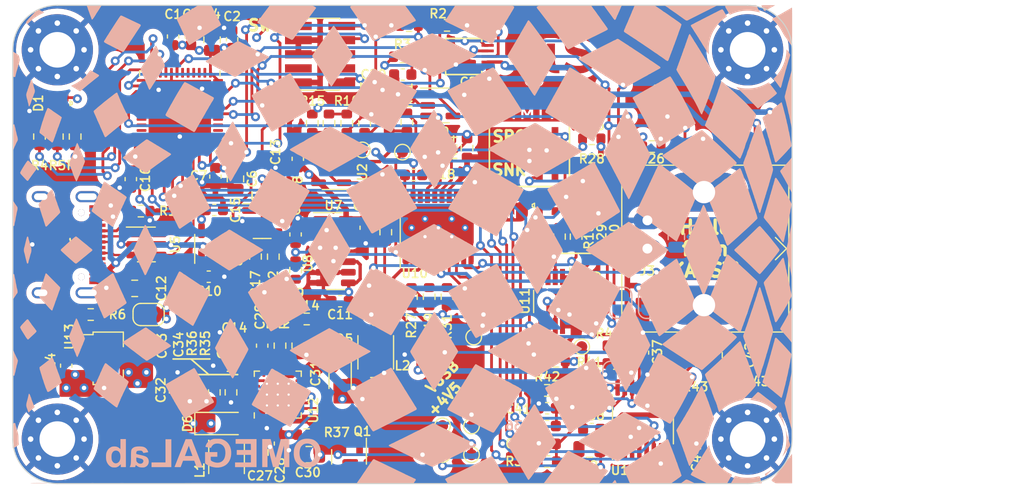
<source format=kicad_pcb>
(kicad_pcb (version 20240108) (generator "pcbnew") (generator_version "8.0")
  (layers (0 "F.Cu" signal) (1 "In1.Cu" power "Ground") (2 "In2.Cu" power "Power") (31 "B.Cu" signal) (34 "B.Paste" user) (35 "F.Paste" user) (36 "B.SilkS" user "B.Silkscreen") (37 "F.SilkS" user "F.Silkscreen") (38 "B.Mask" user) (39 "F.Mask" user) (44 "Edge.Cuts" user))
  (net 0 "")
  (net 1 "Net-(C9-Pad1)")
  (net 2 "+10V")
  (net 3 "-10V")
  (net 4 "Net-(AmpOut1-Pad1)")
  (net 5 "Net-(C14-Pad1)")
  (net 6 "VBUS")
  (net 7 "Net-(C20-Pad1)")
  (net 8 "Net-(C21-Pad1)")
  (net 9 "Net-(C25-Pad1)")
  (net 10 "Net-(C34-Pad2)")
  (net 11 "Net-(C31-Pad1)")
  (net 12 "Net-(C36-Pad1)")
  (net 13 "Net-(C27-Pad1)")
  (net 14 "Net-(C28-Pad1)")
  (net 15 "Net-(C29-Pad1)")
  (net 16 "Net-(R7-Pad1)")
  (net 17 "Net-(C36-Pad2)")
  (net 18 "Net-(D4-Pad4)")
  (net 19 "Net-(D1-Pad4)")
  (net 20 "Net-(C42-Pad2)")
  (net 21 "Net-(C45-Pad1)")
  (net 22 "+4V5")
  (net 23 "Net-(D1-Pad1)")
  (net 24 "Net-(D1-Pad3)")
  (net 25 "Net-(D2-Pad3)")
  (net 26 "Net-(D3-Pad2)")
  (net 27 "Net-(D3-Pad4)")
  (net 28 "Net-(D4-Pad2)")
  (net 29 "Net-(D5-Pad1)")
  (net 30 "/USB_CONN_DN")
  (net 31 "Net-(D6-Pad2)")
  (net 32 "GND")
  (net 33 "/SDA")
  (net 34 "/SCL")
  (net 35 "/I_LIM")
  (net 36 "/USB_CONN_DP")
  (net 37 "/AMP_EN")
  (net 38 "/2.048V_REF")
  (net 39 "/+4V096")
  (net 42 "+3V3")
  (net 43 "Net-(J2-PadB5)")
  (net 44 "Net-(J2-PadA5)")
  (net 45 "/USB_D+")
  (net 46 "Net-(Q1-Pad1)")
  (net 48 "/USB_D-")
  (net 49 "/SWDIO")
  (net 50 "/SWCLK")
  (net 51 "/NRST")
  (net 52 "/ADC_ALERT")
  (net 55 "Net-(R5-Pad1)")
  (net 56 "Net-(R2-Pad1)")
  (net 57 "Net-(R3-Pad1)")
  (net 58 "/I_DAC")
  (net 59 "Net-(R4-Pad1)")
  (net 60 "Net-(R10-Pad2)")
  (net 61 "Net-(R15-Pad1)")
  (net 62 "Net-(R9-Pad2)")
  (net 63 "Net-(R12-Pad1)")
  (net 64 "Net-(R18-Pad1)")
  (net 65 "Net-(R19-Pad1)")
  (net 66 "Net-(R20-Pad2)")
  (net 67 "Net-(R21-Pad2)")
  (net 68 "Net-(R39-Pad1)")
  (net 69 "Net-(R43-Pad1)")
  (net 70 "Net-(R44-Pad1)")
  (net 93 "/I_G0")
  (net 94 "/I_G1")
  (net 95 "/I_G2")
  (net 96 "/I_G3")
  (net 97 "/I_G4")
  (net 101 "Net-(R14-Pad2)")
  (net 103 "Net-(C43-Pad2)")
  (net 104 "Net-(JP2-Pad2)")
  (net 105 "Net-(JP4-Pad2)")
  (net 106 "Net-(R10-Pad1)")
  (net 107 "Net-(R18-Pad2)")
  (net 108 "Net-(R19-Pad2)")
  (footprint "Capacitor_SMD:C_0603_1608Metric" (layer "F.Cu") (at 126.4 114.2 180)
    (property "Reference" "C14")
    (property "Value" "10nF")
  )
  (footprint "Resistor_SMD:R_0603_1608Metric" (layer "F.Cu") (at 146 85.8)
    (property "Reference" "R2")
    (property "Value" "10k")
  )
  (footprint "Capacitor_SMD:C_0603_1608Metric" (layer "F.Cu") (at 143 99.25)
    (property "Reference" "C18")
    (property "Value" "1uF")
  )
  (footprint "Resistor_SMD:R_0603_1608Metric" (layer "F.Cu") (at 135.4 94.6 -90)
    (property "Reference" "R8")
    (property "Value" "10k")
  )
  (footprint "Capacitor_SMD:C_0805_2012Metric" (layer "F.Cu") (at 127 99.6 -90)
    (property "Reference" "C6")
    (property "Value" "10uF")
  )
  (footprint "Package_TO_SOT_SMD:SOT-23-5" (layer "F.Cu") (at 135.6 99 180)
    (property "Reference" "U2")
    (property "Value" "GS8331")
  )
  (footprint "Package_TO_SOT_SMD:SOT-23-5" (layer "F.Cu") (at 145.4 93)
    (property "Reference" "U9")
    (property "Value" "GS8331")
  )
  (footprint "Capacitor_SMD:C_0603_1608Metric" (layer "F.Cu") (at 118.8 114.625 90)
    (property "Reference" "C33")
    (property "Value" "1uF")
  )
  (footprint "Resistor_SMD:R_0603_1608Metric" (layer "F.Cu") (at 155 118.625)
    (property "Reference" "R42")
    (property "Value" "100")
  )
  (footprint "Capacitor_SMD:C_0805_2012Metric" (layer "F.Cu") (at 121.8 118.6 90)
    (property "Reference" "C32")
    (property "Value" "22uF")
  )
  (footprint "Package_DFN_QFN:QFN-48-1EP_7x7mm_P0.5mm_EP5.6x5.6mm" (layer "F.Cu") (at 122 93.5 -90)
    (property "Reference" "U3")
    (property "Value" "STM32F072C8Ux")
  )
  (footprint "Resistor_SMD:R_0603_1608Metric" (layer "F.Cu") (at 133.4 122.6 180)
    (property "Reference" "R37")
    (property "Value" "100")
  )
  (footprint "Resistor_SMD:R_0603_1608Metric" (layer "F.Cu") (at 154.6 104.8 90)
    (property "Reference" "R18")
    (property "Value" "10k")
  )
  (footprint "Resistor_SMD:R_0603_1608Metric" (layer "F.Cu") (at 161.2 114.6 180)
    (property "Reference" "R40")
    (property "Value" "50")
  )
  (footprint "Capacitor_SMD:C_0603_1608Metric" (layer "F.Cu") (at 158 108.975 -90)
    (property "Reference" "C19")
    (property "Value" "1uF")
  )
  (footprint "Resistor_SMD:R_0603_1608Metric" (layer "F.Cu") (at 144.4 110.2 -90)
    (property "Reference" "R19")
    (property "Value" "10k")
  )
  (footprint "Resistor_SMD:R_0603_1608Metric" (layer "F.Cu") (at 111 95.8 90)
    (property "Reference" "R5")
    (property "Value" "1k")
  )
  (footprint "Resistor_SMD:R_0603_1608Metric" (layer "F.Cu") (at 112.6 95.8 90)
    (property "Reference" "R7")
    (property "Value" "1k")
  )
  (footprint "Package_TO_SOT_SMD:SOT-23-6" (layer "F.Cu") (at 136 108)
    (property "Reference" "U8")
    (property "Value" "MCP1501T-40E_CHY")
  )
  (footprint "TestPoint:TestPoint_Pad_D1.0mm" (layer "F.Cu") (at 138.4 97 90)
    (property "Reference" "TP1" (hide yes))
    (property "Value" "2V048 Buf")
  )
  (footprint "Package_TO_SOT_SMD:SOT-23-5" (layer "F.Cu") (at 135.8 104.2)
    (property "Reference" "U7")
    (property "Value" "GS8331")
  )
  (footprint "Resistor_SMD:R_0603_1608Metric" (layer "F.Cu") (at 157.6 104.8 -90)
    (property "Reference" "R20")
    (property "Value" "10k")
  )
  (footprint "Package_TO_SOT_SMD:SOT-23-6" (layer "F.Cu") (at 119 105.5)
    (property "Reference" "U5")
    (property "Value" "USBLC6-2SC6")
  )
  (footprint "uSMU-simple_v1:Linear_FE_TSSOP20" (layer "F.Cu") (at 145.225 104)
    (property "Reference" "U10")
    (property "Value" "LT1970")
  )
  (footprint "TestPoint:TestPoint_Pad_D1.0mm" (layer "F.Cu") (at 148.4 113.825)
    (property "Reference" "TP2" (hide yes))
    (property "Value" "DAC Out")
  )
  (footprint "Capacitor_SMD:C_0603_1608Metric" (layer "F.Cu") (at 132.4 104.6 90)
    (property "Reference" "C9")
    (property "Value" "1uF")
  )
  (footprint "Capacitor_SMD:C_0603_1608Metric" (layer "F.Cu") (at 136.4 110.6)
    (property "Reference" "C11")
    (property "Value" "1uF")
  )
  (footprint "Capacitor_SMD:C_0603_1608Metric" (layer "F.Cu") (at 159 122.1 180)
    (property "Reference" "C38")
    (property "Value" "1uF")
  )
  (footprint "Capacitor_SMD:C_0603_1608Metric" (layer "F.Cu") (at 171.8 115.45 -90)
    (property "Reference" "C42")
    (property "Value" "1nF")
  )
  (footprint "Capacitor_SMD:C_0603_1608Metric" (layer "F.Cu") (at 168.4 122 -90)
    (property "Reference" "C44")
    (property "Value" "1nF")
  )
  (footprint "Resistor_SMD:R_0603_1608Metric" (layer "F.Cu") (at 142.4 94.5 -90)
    (property "Reference" "R21")
    (property "Value" "10k")
  )
  (footprint "Resistor_SMD:R_0603_1608Metric" (layer "F.Cu") (at 109.4 95.8 90)
    (property "Reference" "R4")
    (property "Value" "1k")
  )
  (footprint "Capacitor_SMD:C_0805_2012Metric" (layer "F.Cu") (at 129.2 124.2 90)
    (property "Reference" "C27")
    (property "Value" "10uF")
  )
  (footprint "Capacitor_SMD:C_0603_1608Metric" (layer "F.Cu") (at 158.8 118.4 180)
    (property "Reference" "C35")
    (property "Value" "1uF")
  )
  (footprint "Capacitor_SMD:C_0603_1608Metric" (layer "F.Cu") (at 134.2 114.6 -90)
    (property "Reference" "C31")
    (property "Value" "2pF")
  )
  (footprint "Capacitor_SMD:C_0805_2012Metric" (layer "F.Cu") (at 117.95 109.45)
    (property "Reference" "C12")
    (property "Value" "10uF")
  )
  (footprint "Package_TO_SOT_SMD:SOT-23" (layer "F.Cu") (at 137.2 124.6 -90)
    (property "Reference" "Q1")
    (property "Value" "AO3401A")
  )
  (footprint "Resistor_SMD:R_0603_1608Metric" (layer "F.Cu") (at 142.025 88.625)
    (property "Reference" "R3")
    (property "Value" "1k")
  )
  (footprint "Capacitor_SMD:C_0603_1608Metric" (layer "F.Cu") (at 155 121.825 180)
    (property "Reference" "C36")
    (property "Value" "0.1uF")
  )
  (footprint "Capacitor_SMD:C_0603_1608Metric" (layer "F.Cu") (at 130.6 100 90)
    (property "Reference" "C13")
    (property "Value" "1uF")
  )
  (footprint "Capacitor_SMD:C_0603_1608Metric" (layer "F.Cu") (at 142.025 90.225 180)
    (property "Reference" "C20")
    (property "Value" "1uF")
  )
  (footprint "Resistor_SMD:R_0603_1608Metric" (layer "F.Cu") (at 125.1 118.8 90)
    (property "Reference" "R36")
    (property "Value" "330k")
  )
  (footprint "Resistor_SMD:R_0603_1608Metric" (layer "F.Cu") (at 133.9 94.6 90)
    (property "Reference" "R15")
    (property "Value" "10k")
  )
  (footprint "Resistor_SMD:R_0603_1608Metric" (layer "F.Cu") (at 140.8 94.5 90)
    (property "Reference" "R22")
    (property "Value" "10k")
  )
  (footprint "Inductor_SMD:L_Taiyo-Yuden_MD-3030" (layer "F.Cu") (at 139.6 115.2 -90)
    (property "Reference" "L2")
    (property "Value" "4.7uH")
  )
  (footprint "Resistor_SMD:R_0603_1608Metric" (layer "F.Cu") (at 114 111.8)
    (property "Reference" "R6")
    (property "Value" "5.1k")
  )
  (footprint "Capacitor_SMD:C_0603_1608Metric" (layer "F.Cu") (at 126.7 87.05 90)
    (property "Reference" "C2")
    (property "Value" "0.1uF")
  )
  (footprint "Capacitor_SMD:C_0603_1608Metric" (layer "F.Cu") (at 125.1 102.4)
    (property "Reference" "C15")
    (property "Value" "1uF")
  )
  (footprint "LOGO" (layer "F.Cu") (at 117.8 124.8)
    (property "Reference" "G***" (hide yes))
    (property "Value" "LOGO" (hide yes))
  )
  (footprint "Resistor_SMD:R_0603_1608Metric" (layer "F.Cu") (at 159 96)
    (property "Reference" "R23")
    (property "Value" "1k")
  )
  (footprint "Package_SO:TSSOP-10_3x3mm_P0.5mm" (layer "F.Cu") (at 147.5 88.6)
    (property "Reference" "U1")
    (property "Value" "ADS1115IDGS")
  )
  (footprint "Resistor_SMD:R_0603_1608Metric" (layer "F.Cu") (at 147.8 96.825 90)
    (property "Reference" "R24")
    (property "Value" "10k")
  )
  (footprint "uSMU-simple_v1:E6C0606RGBC3UDA" (layer "F.Cu") (at 155 102 180)
    (property "Reference" "D2" (hide yes))
    (property "Value" "LED")
  )
  (footprint "Resistor_SMD:R_0603_1608Metric" (layer "F.Cu") (at 131 94 180)
    (property "Reference" "R11")
    (property "Value" "10k")
  )
  (footprint "Capacitor_SMD:C_0603_1608Metric" (layer "F.Cu") (at 111.8 116.4 90)
    (property "Reference" "C24")
    (property "Value" "1uF")
  )
  (footprint "Resistor_SMD:R_0603_1608Metric" (layer "F.Cu") (at 158.8 102)
    (property "Reference" "R25")
    (property "Value" "1k")
  )
  (footprint "Resistor_SMD:R_0603_1608Metric" (layer "F.Cu") (at 131 114.6 -90)
    (property "Reference" "R34")
    (property "Value" "47k")
  )
  (footprint "Capacitor_SMD:C_0603_1608Metric" (layer "F.Cu") (at 155 123.425 180)
    (property "Reference" "C40")
    (property "Value" "10nF")
  )
  (footprint "Package_TO_SOT_SMD:SOT-23-5" (layer "F.Cu") (at 129.4 103.4)
    (property "Reference" "U4")
    (property "Value" "TS321")
  )
  (footprint "Resistor_SMD:R_0603_1608Metric" (layer "F.Cu") (at 126.6 118.8 -90)
    (property "Reference" "R35")
    (property "Value" "47k")
  )
  (footprint "Capacitor_SMD:C_0603_1608Metric" (layer "F.Cu") (at 126.4 116.4 180)
    (property "Reference" "C25")
    (property "Value" "10nF")
  )
  (footprint "Diode_SMD:D_SOD-123" (layer "F.Cu") (at 125.6 121.6)
    (property "Reference" "D6")
    (property "Value" "B5819W")
  )
  (footprint "Resistor_SMD:R_0603_1608Metric" (layer "F.Cu") (at 142.6 85.825 180)
    (property "Reference" "R1")
    (property "Value" "10k")
  )
  (footprint "Capacitor_SMD:C_0603_1608Metric" (layer "F.Cu") (at 132.6 97.8 90)
    (property "Reference" "C8")
    (property "Value" "1uF")
  )
  (footprint "Connector_Coaxial:BNC_Amphenol_B6252HB-NPP3G-50_Horizontal" (layer "F.Cu") (at 164 105.875 -90)
    (property "Reference" "J3")
    (property "Value" "DUT")
  )
  (footprint "Package_TO_SOT_SMD:SOT-23-5" (layer "F.Cu") (at 124.9 105.4 90)
    (property "Reference" "U6")
    (property "Value" "ME6212C33M5G")
  )
  (footprint "Package_DFN_QFN:VQFN-24-1EP_4x4mm_P0.5mm_EP2.45x2.45mm_ThermalVias" (layer "F.Cu") (at 130.8 119 90)
    (property "Reference" "U12")
    (property "Value" "TPS65131RGET")
  )
  (footprint "Connector_PinHeader_1.27mm:PinHeader_2x05_P1.27mm_Vertical_SMD" (layer "F.Cu") (at 134.6 88.4)
    (property "Reference" "J1")
    (property "Value" "SWD")
  )
  (footprint "Capacitor_SMD:C_0603_1608Metric" (layer "F.Cu") (at 123.6 118.8 90)
    (property "Reference" "C34")
    (property "Value" "2pF")
  )
  (footprint "TestPoint:TestPoint_Pad_D1.0mm" (layer "F.Cu") (at 158.1 114.7)
    (property "Reference" "AmpOut1" (hide yes))
    (property "Value" "Amp Out")
  )
  (footprint "Capacitor_SMD:C_0603_1608Metric" (layer "F.Cu") (at 138.7 104 -90)
    (property "Reference" "C17")
    (property "Value" "1uF")
  )
  (footprint "Capacitor_SMD:C_0603_1608Metric" (layer "F.Cu") (at 171 117.825)
    (property "Reference" "C43")
    (property "Value" "10nF")
  )
  (footprint "MountingHole:MountingHole_3.2mm_M3_Pad_Via" (layer "F.Cu") (at 173 123)
    (property "Reference" "H4" (hide yes))
    (property "Value" "MountingHole")
  )
  (footprint "Capacitor_SMD:C_0805_2012Metric" (layer "F.Cu") (at 158.8 123.9 180)
    (property "Reference" "C39")
    (property "Value" "DNP")
  )
  (footprint "Capacitor_SMD:C_0603_1608Metric" (layer "F.Cu") (at 149.4 85.8 180)
    (property "Reference" "C5")
    (property "Value" "1uF")
  )
  (footprint "Resistor_SMD:R_0603_1608Metric" (layer "F.Cu") (at 132.6 114.6 -90)
    (property "Reference" "R33")
    (property "Value" "47k")
  )
  (footprint "Capacitor_SMD:C_0603_1608Metric" (layer "F.Cu") (at 129.4 114.6 90)
    (property "Reference" "C29")
    (property "Value" "200nF")
  )
  (footprint "Capacitor_SMD:C_0805_2012Metric" (layer "F.Cu") (at 133.6 124.4 180)
    (property "Reference" "C30")
    (property "Value" "10uF")
  )
  (footprint "Resistor_SMD:R_0603_1608Metric" (layer "F.Cu") (at 164.4 96.7 180)
    (property "Reference" "R26")
    (property "Value" "10k")
  )
  (footprint "Resistor_SMD:R_0603_1608Metric" (layer "F.Cu") (at 138.6 94.6 90)
    (property "Reference" "R13")
    (property "Value" "10k")
  )
  (footprint "Package_SO:VSSOP-8_3.0x3.0mm_P0.65mm" (layer "F.Cu") (at 155.4 110.625 -90)
    (property "Reference" "U11")
    (property "Value" "DAC8571IDGKR")
  )
  (footprint "TestPoint:TestPoint_Pad_D1.0mm" (layer "F.Cu") (at 142 97.2)
    (property "Reference" "TP3" (hide yes))
    (property "Value" "4V096")
  )
  (footprint "Resistor_SMD:R_0603_1608Metric" (layer "F.Cu") (at 155 125.025)
    (property "Reference" "R38")
    (property "Value" "100")
  )
  (footprint "Resistor_SMD:R_0603_1608Metric" (layer "F.Cu") (at 142.8 110.2 -90)
    (property "Reference" "R27")
    (property "Value" "10k")
  )
  (footprint "Resistor_SMD:R_0603_1608Metric" (layer "F.Cu") (at 170.2 115.45 -90)
    (property "Reference" "R44")
    (property "Value" "100")
  )
  (footprint "Resistor_SMD:R_0603_1608Metric" (layer "F.Cu") (at 155.8 116)
    (property "Reference" "R39")
    (property "Value" "10k")
  )
  (footprint "Package_SO:TSSOP-16_4.4x5mm_P0.65mm" (layer "F.Cu") (at 163.6 121.225 90)
    (property "Reference" "U14")
    (property "Value" "PGA281")
  )
  (footprint "Capacitor_SMD:C_0603_1608Metric" (layer "F.Cu") (at 140.2 110.4 -90)
    (property "Reference" "C21")
    (property "Value" "200pF")
  )
  (footprint "Capacitor_SMD:C_0603_1608Metric" (layer "F.Cu") (at 148 110.8 -90)
    (property "Reference" "C22")
    (property "Value" "1uF")
  )
  (footprint "Resistor_SMD:R_0603_1608Metric" (layer "F.Cu") (at 133.4 112.2 180)
    (property "Reference" "R14")
    (property "Value" "330k")
  )
  (footprint "Capacitor_SMD:C_0603_1608Metric" (layer "F.Cu") (at 131 123.4 -90)
    (property "Reference" "C28")
    (property "Value" "0.1uF")
  )
  (footprint "LOGO" (layer "F.Cu") (at 153.395893 93.914215)
    (property "Reference" "G***" (hide yes))
    (property "Value" "LOGO" (hide yes))
  )
  (footprint "Resistor_SMD:R_0603_1608Metric" (layer "F.Cu") (at 161.2 116.2 180)
    (property "Reference" "R41")
    (property "Value" "10")
  )
  (footprint "Capacitor_SMD:C_0603_1608Metric" (layer "F.Cu") (at 117.6 99.625 -90)
    (property "Reference" "C16")
    (property "Value" "0.1uF")
  )
  (footprint "uSMU-simple_v1:E6C0606RGBC3UDA" (layer "F.Cu") (at 155 95.8 180)
    (property "Reference" "D3" (hide yes))
    (property "Value" "LED_Small")
  )
  (footprint "MountingHole:MountingHole_3.2mm_M3_Pad_Via" (layer "F.Cu") (at 111 88)
    (property "Reference" "H1" (hide yes))
    (property "Value" "MountingHole")
  )
  (footprint "Inductor_SMD:L_Taiyo-Yuden_MD-3030" (layer "F.Cu") (at 126.2 124.6 90)
    (property "Reference" "L1")
    (property "Value" "4.7uH")
  )
  (footprint "TestPoint:TestPoint_Pad_D1.0mm" (layer "F.Cu") (at 145.6 124.4)
    (property "Reference" "TP5" (hide yes))
    (property "Value" "TestPoint")
  )
  (footprint "Resistor_SMD:R_0603_1608Metric" (layer "F.Cu") (at 118.5 102.5)
    (property "Reference" "R16")
    (property "Value" "5.1k")
  )
  (footprint "uSMU-simple_v1:E6C0606RGBC3UDA" (layer "F.Cu") (at 155 99 180)
    (property "Reference" "D4" (hide yes))
    (property "Value" "LED_Small")
  )
  (footprint "Jumper:SolderJumper-2_P1.3mm_Open_RoundedPad1.0x1.5mm" (layer "F.Cu") (at 119.2 111.8)
    (property "Reference" "JP1" (hide yes))
    (property "Value" "SolderJumper_2_Open")
  )
  (footprint "Capacitor_SMD:C_0805_2012Metric" (layer "F.Cu") (at 139.4 118.2)
    (property "Reference" "C26")
    (property "Value" "22uF")
  )
  (footprint "Capacitor_SMD:C_0603_1608Metric" (layer "F.Cu") (at 121.4 86.8 90)
    (property "Reference" "C1")
    (property "Value" "1uF")
  )
  (footprint "Resistor_SMD:R_0603_1608Metric" (layer "F.Cu") (at 168.2 96.7 180)
    (property "Reference" "R32")
    (property "Value" "10k")
  )
  (footprint "Resistor_SMD:R_0603_1608Metric" (layer "F.Cu") (at 168.8 119.425)
    (property "Reference" "R43")
    (property "Value" "100")
  )
  (footprint "uSMU-simple_v1:TYPE-C-31-M-12" (layer "F.Cu") (at 112.005 105.545 -90)
    (property "Reference" "J2")
    (property "Value" "USB_C_Receptacle_USB2.0")
  )
  (footprint "LOGO" (layer "F.Cu") (at 151.4 102.2)
    (property "Reference" "G***" (hide yes))
    (property "Value" "LOGO" (hide yes))
  )
  (footprint "TestPoint:TestPoint_Pad_D1.0mm" (layer "F.Cu") (at 148.2 124.4)
    (property "Reference" "-1" (hide yes))
    (property "Value" "-10V")
  )
  (footprint "Resistor_SMD:R_0603_1608Metric" (layer "F.Cu") (at 159 99)
    (property "Reference" "R28")
    (property "Value" "1k")
  )
  (footprint "Resistor_SMD:R_0603_1608Metric" (layer "F.Cu") (at 156.1 104.8 -90)
    (property "Reference" "R29")
    (property "Value" "10k")
  )
  (footprint "Capacitor_SMD:C_0603_1608Metric" (layer "F.Cu") (at 124.6 108.4)
    (property "Reference" "C10")
    (property "Value" "1uF")
  )
  (footprint "LOGO" (layer "F.Cu") (at 117.8 122.4)
    (property "Reference" "G***" (hide yes))
    (property "Value" "LOGO" (hide yes))
  )
  (footprint "Capacitor_SMD:C_0603_1608Metric" (layer "F.Cu") (at 123 86.8 90)
    (property "Reference" "C3")
    (property "Value" "10nF")
  )
  (footprint "Capacitor_SMD:C_0805_2012Metric" (layer "F.Cu") (at 124.9 87.1 90)
    (property "Reference" "C4")
    (property "Value" "10uF")
  )
  (footprint "TestPoint:TestPoint_Pad_D1.0mm" (layer "F.Cu") (at 145.6 121.8)
    (property "Reference" "TP4" (hide yes))
    (property "Value" "TestPoint")
  )
  (footprint "LOGO" (layer "F.Cu") (at 160 88.8)
    (property "Reference" "G***" (hide yes))
    (property "Value" "LOGO" (hide yes))
  )
  (footprint "Resistor_SMD:R_0603_1608Metric" (layer "F.Cu") (at 130.4 106.6 -90)
    (property "Reference" "R12")
    (property "Value" "10k")
  )
  (footprint "Diode_SMD:D_SOD-123" (layer "F.Cu") (at 136.4 116.8 -90)
    (property "Reference" "D5")
    (property "Value" "B5819W")
  )
  (footprint "Resistor_SMD:R_0603_1608Metric" (layer "F.Cu") (at 140.5 104.4 -90)
    (property "Reference" "R30")
    (property "Value" "10k")
  )
  (footprint "Capacitor_SMD:C_0603_1608Metric" (layer "F.Cu") (at 163.6 115.225 90)
    (property "Reference" "C37")
    (property "Value" "1uF")
  )
  (footprint "Package_TO_SOT_SMD:SOT-89-3" (layer "F.Cu") (at 115.27 115.74)
    (property "Reference" "U13")
    (property "Value" "H7650-45PR")
  )
  (footprint "Resistor_SMD:R_0603_1608Metric" (layer "F.Cu") (at 128.8 106.59 -90)
    (property "Reference" "R17")
    (property "Value" "10k")
  )
  (footprint "Resistor_SMD:R_0603_1608Metric" (layer "F.Cu") (at 137 94.6 90)
    (property "Reference" "R10")
    (property "Value" "10k")
  )
  (footprint "Capacitor_SMD:C_0603_1608Metric" (layer "F.Cu") (at 125.2 99.4 -90)
    (property "Reference" "C7")
    (property "Value" "0.1uF")
  )
  (footprint "uSMU-simple_v1:E6C0606RGBC3UDA" (layer "F.Cu") (at 111 92.8)
    (property "Reference" "D1")
    (property "Value" "Status LED")
  )
  (footprint "TestPoint:TestPoint_Pad_D1.0mm" (layer "F.Cu") (at 148.2 121.825)
    (property "Reference" "+1" (hide yes))
    (property "Value" "+10V")
  )
  (footprint "Resistor_SMD:R_0603_1608Metric" (layer "F.Cu") (at 132.4 107.8 -90)
    (property "Reference" "R9")
    (property "Value" "10k")
  )
  (footprint "Resistor_SMD:R_0603_1608Metric" (layer "F.Cu") (at 146 110.2 90)
    (property "Reference" "R31")
    (property "Value" "10k")
  )
  (footprint "MountingHole:MountingHole_3.2mm_M3_Pad_Via" (layer "F.Cu") (at 173 88)
    (property "Reference" "H2" (hide yes))
    (property "Value" "MountingHole")
  )
  (footprint "Capacitor_SMD:C_0603_1608Metric" (layer "F.Cu") (at 148.3 92.8 -90)
    (property "Reference" "C23")
    (property "Value" "1uF")
  )
  (footprint "MountingHole:MountingHole_3.2mm_M3_Pad_Via" (layer "F.Cu") (at 111 123)
    (property "Reference" "H3" (hide yes))
    (property "Value" "MountingHole")
  )
  (footprint "Capacitor_SMD:C_0603_1608Metric" (layer "F.Cu") (at 155 120.225)
    (property "Reference" "C41")
    (property "Value" "10nF")
  )
  (footprint "LOGO" (layer "B.Cu") (at 142 106.2 180)
    (property "Reference" "G***")
    (property "Value" "LOGO" (hide yes))
  )
  (footprint "Jumper:SolderJumper-2_P1.3mm_Open_RoundedPad1.0x1.5mm" (layer "B.Cu") (at 161.4 117)
    (property "Reference" "JP4" (hide yes))
    (property "Value" "SolderJumper_2_Open")
  )
  (footprint "Jumper:SolderJumper-2_P1.3mm_Open_RoundedPad1.0x1.5mm" (layer "B.Cu") (at 161.6 110.75 90)
    (property "Reference" "JP2" (hide yes))
    (property "Value" "SolderJumper_2_Open")
  )
  (footprint "Capacitor_SMD:C_0805_2012Metric" (layer "B.Cu") (at 166.6 104.8 90)
    (property "Reference" "C45")
    (property "Value" "DNP")
  )
  (footprint "Jumper:SolderJumper-2_P1.3mm_Open_RoundedPad1.0x1.5mm" (layer "B.Cu") (at 164.2 110.75 -90)
    (property "Reference" "JP3" (hide yes))
    (property "Value" "SolderJumper_2_Open")
  )
  (gr_line (start 121.4 115.8) (end 124.7 115.8) (stroke (width 0.15)) (layer "F.SilkS"))
  (gr_line (start 124.6 117.2) (end 123 115.8) (stroke (width 0.15)) (layer "F.SilkS"))
  (gr_line (start 127.2 117.2) (end 123 117.2) (stroke (width 0.15)) (layer "F.SilkS"))
  (gr_line (start 157 94.6) (end 157 99.292893) (stroke (width 0.15)) (layer "F.SilkS"))
  (gr_arc (start 150.807107 100.292893) (mid 150.1 100) (end 149.807107 99.292893) (stroke (width 0.15)) (layer "F.SilkS"))
  (gr_line (start 154.1 106.3) (end 161.4 106.3) (stroke (width 0.15)) (layer "F.SilkS"))
  (gr_line (start 156 100.292893) (end 150.807107 100.292893) (stroke (width 0.15)) (layer "F.SilkS"))
  (gr_arc (start 157 99.292893) (mid 156.707107 100) (end 156 100.292893) (stroke (width 0.15)) (layer "F.SilkS"))
  (gr_line (start 149.807107 94.6) (end 149.807107 99.292893) (stroke (width 0.15)) (layer "F.SilkS"))
  (gr_arc (start 111 127) (mid 108.171573 125.828427) (end 107 123) (stroke (width 0.1)) (layer "Edge.Cuts"))
  (gr_line (start 173 127) (end 111 127) (stroke (width 0.1)) (layer "Edge.Cuts"))
  (gr_line (start 107 123) (end 107 88) (stroke (width 0.1)) (layer "Edge.Cuts"))
  (gr_arc (start 173 84) (mid 175.828427 85.171573) (end 177 88) (stroke (width 0.1)) (layer "Edge.Cuts"))
  (gr_line (start 177 88) (end 177 123) (stroke (width 0.1)) (layer "Edge.Cuts"))
  (gr_line (start 111 84) (end 173 84) (stroke (width 0.1)) (layer "Edge.Cuts"))
  (gr_arc (start 107 88) (mid 108.171573 85.171573) (end 111 84) (stroke (width 0.1)) (layer "Edge.Cuts"))
  (gr_arc (start 177 123) (mid 175.828427 125.828427) (end 173 127) (stroke (width 0.1)) (layer "Edge.Cuts"))
  (gr_text "VUSB" (at 145.6 117.4 45) (layer "F.SilkS") (effects (font (size 0.9 0.9) (thickness 0.225))))
  (gr_text "+4V5" (at 145.8 119.4 45) (layer "F.SilkS") (effects (font (size 0.9 0.9) (thickness 0.225))))
  (gr_text "1.0" (at 165.4 91.8 0) (layer "F.SilkS") (effects (font (size 1 1) (thickness 0.25))))
  (gr_text "SRC" (at 151.6 95.8 0) (layer "F.SilkS") (effects (font (size 1 1) (thickness 0.25))))
  (gr_text "+A" (at 148.4 117.4 45) (layer "F.SilkS") (effects (font (size 0.9 0.9) (thickness 0.225))))
  (gr_text "SWD" (at 129.7 85.8 0) (layer "F.SilkS") (effects (font (size 1 1) (thickness 0.25))))
  (gr_text "SNK" (at 151.6 98.8 0) (layer "F.SilkS") (effects (font (size 1 1) (thickness 0.25))))
  (gr_text "Hello\nfrom\nKAUST!" (at 169.2 105.9 0) (layer "F.SilkS") (effects (font (size 1.2 1.2) (thickness 0.3))))
  (gr_text "-A" (at 148.4 119.4 45) (layer "F.SilkS") (effects (font (size 0.9 0.9) (thickness 0.225))))
  (segment (start 134.6 105.8) (end 134.6 105.2125) (width 0.25) (layer "F.Cu") (net 1))
  (segment (start 132.4 105.375) (end 132.4 106.975) (width 0.25) (layer "F.Cu") (net 1))
  (segment (start 134.6 105.2125) (end 134.6625 105.15) (width 0.25) (layer "F.Cu") (net 1))
  (via (at 132.4 106.2) (size 0.8) (drill 0.4) (layers "F.Cu" "B.Cu") (net 1))
  (via (at 134.6 105.8) (size 0.8) (drill 0.4) (layers "F.Cu" "B.Cu") (net 1))
  (segment (start 133.8 105.8) (end 133.4 106.2) (width 0.25) (layer "B.Cu") (net 1))
  (segment (start 133.4 106.2) (end 132.4 106.2) (width 0.25) (layer "B.Cu") (net 1))
  (segment (start 134.6 105.8) (end 133.8 105.8) (width 0.25) (layer "B.Cu") (net 1))
  (segment (start 130.5375 102.45) (end 130.5375 100.8375) (width 0.5) (layer "F.Cu") (net 2))
  (segment (start 147.8 109.703125) (end 146.2 108.103125) (width 0.25) (layer "F.Cu") (net 2))
  (segment (start 128.099162 119.75) (end 127.149162 118.8) (width 0.25) (layer "F.Cu") (net 2))
  (segment (start 147.6 109.503125) (end 147.6 109.451563) (width 0.25) (layer "F.Cu") (net 2))
  (segment (start 148.2 121.825) (end 148.2 120.8) (width 0.25) (layer "F.Cu") (net 2))
  (segment (start 147.8 109.8125) (end 147.8 109.703125) (width 0.25) (layer "F.Cu") (net 2))
  (segment (start 146.2 108.103125) (end 146.2 106.75) (width 0.25) (layer "F.Cu") (net 2))
  (segment (start 164 120) (end 163.275 119.275) (width 0.25) (layer "F.Cu") (net 2))
  (segment (start 125.925 118.8) (end 125.1 119.625) (width 0.25) (layer "F.Cu") (net 2))
  (segment (start 127.149162 118.8) (end 125.925 118.8) (width 0.25) (layer "F.Cu") (net 2))
  (segment (start 131.2 103.1125) (end 130.5375 102.45) (width 0.5) (layer "F.Cu") (net 2))
  (segment (start 163.275 118.3625) (end 163.275 116.325) (width 0.25) (layer "F.Cu") (net 2))
  (segment (start 128.8125 119.75) (end 128.099162 119.75) (width 0.25) (layer "F.Cu") (net 2))
  (segment (start 163.275 119.275) (end 163.275 118.3625) (width 0.25) (layer "F.Cu") (net 2))
  (segment (start 147.548438 109.451563) (end 147 108.903125) (width 0.25) (layer "F.Cu") (net 2))
  (segment (start 130.5375 100.8375) (end 130.6 100.775) (width 0.5) (layer "F.Cu") (net 2))
  (segment (start 142.95 101.25) (end 143 101.2) (width 0.3) (layer "F.Cu") (net 2))
  (segment (start 148 110.0125) (end 147.8 109.8125) (width 0.25) (layer "F.Cu") (net 2))
  (segment (start 163.275 116.325) (end 163.6 116) (width 0.25) (layer "F.Cu") (net 2))
  (segment (start 143 101.2) (end 143 98.2) (width 0.25) (layer "F.Cu") (net 2))
  (segment (start 147.8 109.703125) (end 147.6 109.503125) (width 0.25) (layer "F.Cu") (net 2))
  (segment (start 131.2 103.4) (end 131.2 103.1125) (width 0.5) (layer "F.Cu") (net 2))
  (segment (start 147.6 109.451563) (end 147.548438 109.451563) (width 0.25) (layer "F.Cu") (net 2))
  (via (at 147.6 109.451563) (size 0.8) (drill 0.4) (layers "F.Cu" "B.Cu") (net 2))
  (via (at 139 109.2) (size 0.8) (drill 0.4) (layers "F.Cu" "B.Cu") (net 2))
  (via (at 139.6 97.2) (size 0.8) (drill 0.4) (layers "F.Cu" "B.Cu") (net 2))
  (via (at 143 98.2) (size 0.8) (drill 0.4) (layers "F.Cu" "B.Cu") (net 2))
  (via (at 122.9 119.6) (size 0.8) (drill 0.4) (layers "F.Cu" "B.Cu") (net 2))
  (via (at 131.2 103.4) (size 0.8) (drill 0.4) (layers "F.Cu" "B.Cu") (net 2))
  (via (at 123.2 121.6) (size 0.8) (drill 0.4) (layers "F.Cu" "B.Cu") (net 2))
  (via (at 148.2 120.8) (size 0.8) (drill 0.4) (layers "F.Cu" "B.Cu") (net 2))
  (via (at 164 120) (size 0.8) (drill 0.4) (layers "F.Cu" "B.Cu") (net 2))
  (via (at 124.8 121.6) (size 0.8) (drill 0.4) (layers "F.Cu" "B.Cu") (net 2))
  (via (at 124.4 119.6) (size 0.8) (drill 0.4) (layers "F.Cu" "B.Cu") (net 2))
  (segment (start 140.4 98) (end 142.8 98) (width 0.5) (layer "B.Cu") (net 2))
  (segment (start 139.6 97.2) (end 140.4 98) (width 0.5) (layer "B.Cu") (net 2))
  (segment (start 147.6 109.451563) (end 139.251563 109.451563) (width 0.5) (layer "B.Cu") (net 2))
  (segment (start 142.8 98) (end 143 98.2) (width 0.5) (layer "B.Cu") (net 2))
  (segment (start 139.251563 109.451563) (end 139 109.2) (width 0.5) (layer "B.Cu") (net 2))
  (segment (start 148.15 106.75) (end 148.15 106.064998) (width 0.25) (layer "F.Cu") (net 3))
  (segment (start 142.2125 99.25) (end 142.2125 101.1625) (width 0.25) (layer "F.Cu") (net 3))
  (segment (start 148.15 106.064998) (end 146.085002 104) (width 0.25) (layer "F.Cu") (net 3))
  (segment (start 148.2 124.4) (end 148.2 123.4) (width 0.25) (layer "F.Cu") (net 3))
  (segment (start 145.014998 104) (end 145.225 104) (width 0.25) (layer "F.Cu") (net 3))
  (segment (start 132.6 115.425) (end 133.375 115.425) (width 0.75) (layer "F.Cu") (net 3))
  (segment (start 131.05 116.570598) (end 131.420598 116.2) (width 0.25) (layer "F.Cu") (net 3))
  (segment (start 142.3 101.935002) (end 144.364998 104) (width 0.25) (layer "F.Cu") (net 3))
  (segment (start 148.15 101.935002) (end 146.085002 104) (width 0.25) (layer "F.Cu") (net 3))
  (segment (start 134.15 115.425) (end 134.2 115.375) (width 0.75) (layer "F.Cu") (net 3))
  (segment (start 142.95 106.75) (end 142.95 106.064998) (width 0.25) (layer "F.Cu") (net 3))
  (segment (start 142.2125 101.1625) (end 142.3 101.25) (width 0.25) (layer "F.Cu") (net 3))
  (segment (start 146.085002 104) (end 145.225 104) (width 0.25) (layer "F.Cu") (net 3))
  (segment (start 142.3 101.25) (end 142.3 101.935002) (width 0.25) (layer "F.Cu") (net 3))
  (segment (start 133.375 115.425) (end 134.15 115.425) (width 0.75) (layer "F.Cu") (net 3))
  (segment (start 142.95 106.75) (end 142.3 106.75) (width 0.25) (layer "F.Cu") (net 3))
  (segment (start 142.95 106.064998) (end 145.014998 104) (width 0.25) (layer "F.Cu") (net 3))
  (segment (start 160.6 118.4) (end 161.2875 118.4) (width 0.25) (layer "F.Cu") (net 3))
  (segment (start 131.420598 116.2) (end 131.825 116.2) (width 0.25) (layer "F.Cu") (net 3))
  (segment (start 131.825 116.2) (end 132.6 115.425) (width 0.25) (layer "F.Cu") (net 3))
  (segment (start 131.05 117.0125) (end 131.05 116.570598) (width 0.25) (layer "F.Cu") (net 3))
  (segment (start 161.2875 118.4) (end 161.325 118.3625) (width 0.25) (layer "F.Cu") (net 3))
  (segment (start 148.15 101.25) (end 148.15 101.935002) (width 0.25) (layer "F.Cu") (net 3))
  (segment (start 144.364998 104) (end 145.225 104) (width 0.25) (layer "F.Cu") (net 3))
  (segment (start 159.575 118.4) (end 160.6 118.4) (width 0.25) (layer "F.Cu") (net 3))
  (via (at 160.6 118.4) (size 0.8) (drill 0.4) (layers "F.Cu" "B.Cu") (net 3))
  (via (at 133.375 115.425) (size 0.8) (drill 0.4) (layers "F.Cu" "B.Cu") (net 3))
  (via (at 138.4 119.4) (size 0.8) (drill 0.4) (layers "F.Cu" "B.Cu") (net 3))
  (via (at 148.2 123.4) (size 0.8) (drill 0.4) (layers "F.Cu" "B.Cu") (net 3))
  (via (at 137.6 118.4) (size 0.8) (drill 0.4) (layers "F.Cu" "B.Cu") (net 3))
  (via (at 136.6 119.4) (size 0.8) (drill 0.4) (layers "F.Cu" "B.Cu") (net 3))
  (segment (start 133.375 115.425) (end 133.825 115.425) (width 0.75) (layer "B.Cu") (net 3))
  (segment (start 133.825 115.425) (end 136.8 118.4) (width 0.75) (layer "B.Cu") (net 3))
  (segment (start 148.2 123.4) (end 146.363861 121.563861) (width 0.25) (layer "B.Cu") (net 3))
  (segment (start 146.363861 121.563861) (end 140.563861 121.563861) (width 0.25) (layer "B.Cu") (net 3))
  (segment (start 136.8 118.4) (end 137.6 118.4) (width 0.75) (layer "B.Cu") (net 3))
  (segment (start 140.563861 121.563861) (end 138.4 119.4) (width 0.25) (layer "B.Cu") (net 3))
  (segment (start 141.2 108.5) (end 141.9 107.8) (width 0.3) (layer "F.Cu") (net 4))
  (segment (start 143.6 107.6) (end 143.6 106.75) (width 0.3) (layer "F.Cu") (net 4))
  (segment (start 158.5 115.1) (end 158.1 114.7) (width 0.25) (layer "F.Cu") (net 4))
  (segment (start 158.5 116.6) (end 158.9 116.2) (width 0.25) (layer "F.Cu") (net 4))
  (segment (start 143.4 113.4) (end 141.2 111.2) (width 0.3) (layer "F.Cu") (net 4))
  (segment (start 141.1875 111.1875) (end 141.2 111.2) (width 0.3) (layer "F.Cu") (net 4))
  (segment (start 143.4 116.8) (end 143.4 113.4) (width 0.3) (layer "F.Cu") (net 4))
  (segment (start 160.375 116.2) (end 160.375 117.025) (width 0.25) (layer "F.Cu") (net 4))
  (segment (start 140.2 111.1875) (end 141.1875 111.1875) (width 0.3) (layer "F.Cu") (net 4))
  (segment (start 143.4 107.8) (end 143.6 107.6) (width 0.3) (layer "F.Cu") (net 4))
  (segment (start 143.6 107.6) (end 143.6 107.4) (width 0.3) (layer "F.Cu") (net 4))
  (segment (start 141.9 107.8) (end 143.4 107.8) (width 0.3) (layer "F.Cu") (net 4))
  (segment (start 160.375 117.025) (end 160.2 117.2) (width 0.25) (layer "F.Cu") (net 4))
  (segment (start 158.9 116.2) (end 160.375 116.2) (width 0.25) (layer "F.Cu") (net 4))
  (segment (start 158.5 116.6) (end 158.5 115.1) (width 0.25) (layer "F.Cu") (net 4))
  (segment (start 141.2 111.2) (end 141.2 108.5) (width 0.3) (layer "F.Cu") (net 4))
  (segment (start 143.6 106.75) (end 144.25 106.75) (width 0.25) (layer "F.Cu") (net 4))
  (via (at 158.5 116.6) (size 0.8) (drill 0.4) (layers "F.Cu" "B.Cu") (net 4))
  (via (at 160.2 117.2) (size 0.8) (drill 0.4) (layers "F.Cu" "B.Cu") (net 4))
  (via (at 143.4 116.8) (size 0.8) (drill 0.4) (layers "F.Cu" "B.Cu") (net 4))
  (segment (start 160.2 117.2) (end 160.55 117.2) (width 0.25) (layer "B.Cu") (net 4))
  (segment (start 158.5 116.6) (end 158.225489 116.874511) (width 0.5) (layer "B.Cu") (net 4))
  (segment (start 158.225489 116.874511) (end 143.474511 116.874511) (width 0.5) (layer "B.Cu") (net 4))
  (segment (start 143.474511 116.874511) (end 143.4 116.8) (width 0.5) (layer "B.Cu") (net 4))
  (segment (start 160.55 117.2) (end 160.75 117) (width 0.25) (layer "B.Cu") (net 4))
  (segment (start 127.175 114.90625) (end 127.175 114.2) (width 0.25) (layer "F.Cu") (net 5))
  (segment (start 129.28125 117.0125) (end 127.175 114.90625) (width 0.25) (layer "F.Cu") (net 5))
  (segment (start 129.55 117.0125) (end 129.28125 117.0125) (width 0.25) (layer "F.Cu") (net 5))
  (segment (start 125.85 105.85) (end 125.85 106.5375) (width 0.25) (layer "F.Cu") (net 6))
  (segment (start 118.55 111.8) (end 117.2 111.8) (width 0.5) (layer "F.Cu") (net 6))
  (segment (start 125.55048 105.55048) (end 125.85 105.85) (width 0.25) (layer "F.Cu") (net 6))
  (segment (start 117 112) (end 117 110.25) (width 1) (layer "F.Cu") (net 6))
  (segment (start 116 103) (end 115.925 103.075) (width 0.5) (layer "F.Cu") (net 6))
  (segment (start 115.775 107.975) (end 117 109.2) (width 0.5) (layer "F.Cu") (net 6))
  (segment (start 116.4 115.4) (end 117.8 115.4) (width 0.25) (layer "F.Cu") (net 6))
  (segment (start 115.925 103.075) (end 114.6 103.075) (width 0.5) (layer "F.Cu") (net 6))
  (segment (start 117.2 111.8) (end 117 112) (width 0.5) (layer "F.Cu") (net 6))
  (segment (start 136.25 124.35) (end 136.2 124.4) (width 0.5) (layer "F.Cu") (net 6))
  (segment (start 123.95 105.85) (end 124.24952 105.55048) (width 0.25) (layer "F.Cu") (net 6))
  (segment (start 120.1375 105.5) (end 121.15 105.5) (width 0.25) (layer "F.Cu") (net 6))
  (segment (start 117.8 115.4) (end 117 114.6) (width 1) (layer "F.Cu") (net 6))
  (segment (start 117 114.075) (end 117 113.21912) (width 1) (layer "F.Cu") (net 6))
  (segment (start 115.4245 107.975) (end 114.6 107.975) (width 0.5) (layer "F.Cu") (net 6))
  (segment (start 136.25 123.6) (end 136.25 124.35) (width 0.5) (layer "F.Cu") (net 6))
  (segment (start 118.8 115.4) (end 117.8 115.4) (width 1) (layer "F.Cu") (net 6))
  (segment (start 145.4 121.8) (end 145.6 121.8) (width 0.25) (layer "F.Cu") (net 6))
  (segment (start 143.8 124.4) (end 143.8 123.4) (width 0.25) (layer "F.Cu") (net 6))
  (segment (start 123.95 108.275) (end 123.825 108.4) (width 0.5) (layer "F.Cu") (net 6))
  (segment (start 117 110.25) (end 117 109.4) (width 1) (layer "F.Cu") (net 6))
  (segment (start 131.55 120.9875) (end 132.05 120.9875) (width 0.25) (layer "F.Cu") (net 6))
  (segment (start 117 109.2) (end 117 109.4) (width 0.5) (layer "F.Cu") (net 6))
  (segment (start 123.95 106.5375) (end 123.95 105.85) (width 0.25) (layer "F.Cu") (net 6))
  (segment (start 124.24952 105.55048) (end 125.55048 105.55048) (width 0.25) (layer "F.Cu") (net 6))
  (segment (start 117 114.6) (end 117 114.075) (width 1) (layer "F.Cu") (net 6))
  (segment (start 113.7075 115.74) (end 118.46 115.74) (width 1) (layer "F.Cu") (net 6))
  (segment (start 118.46 115.74) (end 118.8 115.4) (width 1) (layer "F.Cu") (net 6))
  (segment (start 123.95 106.5375) (end 123.95 108.275) (width 0.5) (layer "F.Cu") (net 6))
  (segment (start 143.8 123.4) (end 145.4 121.8) (width 0.25) (layer "F.Cu") (net 6))
  (segment (start 116.25 107.1495) (end 115.4245 107.975) (width 0.5) (layer "F.Cu") (net 6))
  (segment (start 117 114.075) (end 117 112) (width 1) (layer "F.Cu") (net 6))
  (segment (start 114.6 107.975) (end 115.775 107.975) (width 0.5) (layer "F.Cu") (net 6))
  (segment (start 121.15 105.5) (end 121.2 105.55) (width 0.25) (layer "F.Cu") (net 6))
  (via (at 118.2 118) (size 0.8) (drill 0.4) (layers "F.Cu" "B.Cu") (net 6))
  (via (at 121.2 105.55) (size 0.8) (drill 0.4) (layers "F.Cu" "B.Cu") (net 6))
  (via (at 143.8 124.4) (size 0.8) (drill 0.4) (layers "F.Cu" "B.Cu") (net 6))
  (via (at 124.079304 105.680815) (size 0.8) (drill 0.4) (layers "F.Cu" "B.Cu") (net 6))
  (via (at 117.4 117) (size 0.8) (drill 0.4) (layers "F.Cu" "B.Cu") (net 6))
  (via (at 116 103) (size 0.8) (drill 0.4) (layers "F.Cu" "B.Cu") (net 6))
  (via (at 119 117) (size 0.8) (drill 0.4) (layers "F.Cu" "B.Cu") (net 6))
  (via (at 134.6 124.4) (size 0.8) (drill 0.4) (layers "F.Cu" "B.Cu") (net 6))
  (via (at 136.2 124.4) (size 0.8) (drill 0.4) (layers "F.Cu" "B.Cu") (net 6))
  (via (at 116.25 107.1495) (size 0.8) (drill 0.4) (layers "F.Cu" "B.Cu") (net 6))
  (segment (start 115.774989 103.225011) (end 116 103) (width 0.5) (layer "B.Cu") (net 6))
  (segment (start 116.25 107.1495) (end 115.774989 106.674489) (width 0.5) (layer "B.Cu") (net 6))
  (segment (start 121.2 105.55) (end 117.8495 105.55) (width 0.5) (layer "B.Cu") (net 6))
  (segment (start 117.8495 105.55) (end 116.25 107.1495) (width 0.5) (layer "B.Cu") (net 6))
  (segment (start 136.2 124.4) (end 143.8 124.4) (width 0.25) (layer "B.Cu") (net 6))
  (segment (start 124.079304 105.680815) (end 123.948489 105.55) (width 0.5) (layer "B.Cu") (net 6))
  (segment (start 123.948489 105.55) (end 121.2 105.55) (width 0.5) (layer "B.Cu") (net 6))
  (segment (start 115.774989 106.674489) (end 115.774989 103.225011) (width 0.5) (layer "B.Cu") (net 6))
  (segment (start 143.025 90) (end 142.8 90.225) (width 0.25) (layer "F.Cu") (net 7))
  (segment (start 142.85 90.175) (end 142.8 90.225) (width 0.25) (layer "F.Cu") (net 7))
  (segment (start 145.35 89.1) (end 142.9 89.1) (width 0.25) (layer "F.Cu") (net 7))
  (segment (start 142.85 89.05) (end 142.85 90.175) (width 0.25) (layer "F.Cu") (net 7))
  (segment (start 142.85 88.625) (end 142.85 89.05) (width 0.25) (layer "F.Cu") (net 7))
  (segment (start 142.9 89.1) (end 142.85 89.05) (width 0.25) (layer "F.Cu") (net 7))
  (segment (start 149.2755 109.8755) (end 147.833351 108.433351) (width 0.25) (layer "F.Cu") (net 8))
  (segment (start 146 111.025) (end 146 111.4) (width 0.25) (layer "F.Cu") (net 8))
  (segment (start 139.2 110.6125) (end 140.2 109.6125) (width 0.25) (layer "F.Cu") (net 8))
  (segment (start 147.833351 108.433351) (end 147.166649 108.433351) (width 0.25) (layer "F.Cu") (net 8))
  (segment (start 147.166649 108.433351) (end 146.85 108.116702) (width 0.25) (layer "F.Cu") (net 8))
  (segment (start 146 111.4) (end 145.6 111.8) (width 0.25) (layer "F.Cu") (net 8))
  (segment (start 140.5 105.225) (end 140.4 105.325) (width 0.25) (layer "F.Cu") (net 8))
  (segment (start 139.2 111.8) (end 139.2 110.6125) (width 0.25) (layer "F.Cu") (net 8))
  (segment (start 140.4 109.4125) (end 140.2 109.6125) (width 0.25) (layer "F.Cu") (net 8))
  (segment (start 149.2755 111.8) (end 149.2755 109.8755) (width 0.25) (layer "F.Cu") (net 8))
  (segment (start 140.4 105.325) (end 140.4 109.4125) (width 0.25) (layer "F.Cu") (net 8))
  (segment (start 146.85 108.116702) (end 146.85 106.75) (width 0.25) (layer "F.Cu") (net 8))
  (via (at 145.6 111.8) (size 0.8) (drill 0.4) (layers "F.Cu" "B.Cu") (net 8))
  (via (at 139.2 111.8) (size 0.8) (drill 0.4) (layers "F.Cu" "B.Cu") (net 8))
  (via (at 149.2755 111.8) (size 0.8) (drill 0.4) (layers "F.Cu" "B.Cu") (net 8))
  (segment (start 149.0755 112) (end 145.8 112) (width 0.25) (layer "B.Cu") (net 8))
  (segment (start 149.2755 111.8) (end 149.0755 112) (width 0.25) (layer "B.Cu") (net 8))
  (segment (start 139.2 111.8) (end 145.6 111.8) (width 0.25) (layer "B.Cu") (net 8))
  (segment (start 145.8 112) (end 145.6 111.8) (width 0.25) (layer "B.Cu") (net 8))
  (segment (start 128.370598 118.75) (end 127.8 118.179402) (width 0.25) (layer "F.Cu") (net 9))
  (segment (start 128.8125 118.75) (end 128.370598 118.75) (width 0.25) (layer "F.Cu") (net 9))
  (segment (start 127.8 118.179402) (end 127.8 117.025) (width 0.25) (layer "F.Cu") (net 9))
  (segment (start 127.8 117.025) (end 127.175 116.4) (width 0.25) (layer "F.Cu") (net 9))
  (segment (start 128.23488 119.25) (end 126.95988 117.975) (width 0.25) (layer "F.Cu") (net 10))
  (segment (start 126.95988 117.975) (end 126.6 117.975) (width 0.25) (layer "F.Cu") (net 10))
  (segment (start 123.6 118.025) (end 126.55 118.025) (width 0.75) (layer "F.Cu") (net 10))
  (segment (start 128.8125 119.25) (end 128.23488 119.25) (width 0.25) (layer "F.Cu") (net 10))
  (segment (start 126.55 118.025) (end 126.6 117.975) (width 0.75) (layer "F.Cu") (net 10))
  (segment (start 130.55 117.0125) (end 130.55 115.875) (width 0.25) (layer "F.Cu") (net 11))
  (segment (start 133.425 114.6) (end 134.2 113.825) (width 0.25) (layer "F.Cu") (net 11))
  (segment (start 131.8 114.6) (end 133.425 114.6) (width 0.25) (layer "F.Cu") (net 11))
  (segment (start 131 115.4) (end 131.8 114.6) (width 0.25) (layer "F.Cu") (net 11))
  (segment (start 131 115.425) (end 131 115.4) (width 0.25) (layer "F.Cu") (net 11))
  (segment (start 134.225 112.2) (end 134.225 113.8) (width 0.75) (layer "F.Cu") (net 11))
  (segment (start 130.55 115.875) (end 131 115.425) (width 0.25) (layer "F.Cu") (net 11))
  (segment (start 134.225 113.8) (end 134.2 113.825) (width 0.75) (layer "F.Cu") (net 11))
  (segment (start 155.825 121.775) (end 155.775 121.825) (width 0.25) (layer "F.Cu") (net 12))
  (segment (start 162.6 119.8) (end 162.625 119.775) (width 0.25) (layer "F.Cu") (net 12))
  (segment (start 155.825 118.625) (end 155.825 119.375) (width 0.25) (layer "F.Cu") (net 12))
  (segment (start 155.825 119.375) (end 155.825 121.775) (width 0.25) (layer "F.Cu") (net 12))
  (segment (start 162.625 119.775) (end 162.625 118.3625) (width 0.25) (layer "F.Cu") (net 12))
  (via (at 155.825 119.375) (size 0.8) (drill 0.4) (layers "F.Cu" "B.Cu") (net 12))
  (via (at 162.6 119.8) (size 0.8) (drill 0.4) (layers "F.Cu" "B.Cu") (net 12))
  (segment (start 162.6 119.8) (end 162.175 119.375) (width 0.25) (layer "B.Cu") (net 12))
  (segment (start 162.175 119.375) (end 155.825 119.375) (width 0.25) (layer "B.Cu") (net 12))
  (segment (start 132.7875 118.75) (end 133.55 118.75) (width 0.25) (layer "F.Cu") (net 14))
  (segment (start 131.05 122.575) (end 131 122.625) (width 0.3) (layer "F.Cu") (net 14))
  (segment (start 133.8 119.4) (end 133.45 119.75) (width 0.25) (layer "F.Cu") (net 14))
  (segment (start 131.05 120.9875) (end 131.05 122.575) (width 0.3) (layer "F.Cu") (net 14))
  (segment (start 131.6 122.6) (end 131.025 122.6) (width 0.75) (layer "F.Cu") (net 14))
  (segment (start 133.45 119.75) (end 132.7875 119.75) (width 0.25) (layer "F.Cu") (net 14))
  (segment (start 131.025 122.6) (end 131 122.625) (width 0.75) (layer "F.Cu") (net 14))
  (segment (start 133.55 118.75) (end 133.8 119) (width 0.25) (layer "F.Cu") (net 14))
  (segment (start 133.8 119) (end 133.8 119.2) (width 0.25) (layer "F.Cu") (net 14))
  (segment (start 132.575 122.6) (end 131.6 122.6) (width 0.75) (layer "F.Cu") (net 14))
  (segment (start 133.8 119.2) (end 133.8 119.4) (width 0.25) (layer "F.Cu") (net 14))
  (via (at 133.8 119.2) (size 0.8) (drill 0.4) (layers "F.Cu" "B.Cu") (net 14))
  (via (at 131.8 122.6) (size 0.8) (drill 0.4) (layers "F.Cu" "B.Cu") (net 14))
  (segment (start 132 122.6) (end 133.8 120.8) (width 0.25) (layer "B.Cu") (net 14))
  (segment (start 133.8 120.8) (end 133.8 119.2) (width 0.25) (layer "B.Cu") (net 14))
  (segment (start 131.8 122.6) (end 132 122.6) (width 0.25) (layer "B.Cu") (net 14))
  (segment (start 129.4 115.375) (end 131 113.775) (width 0.25) (layer "F.Cu") (net 15))
  (segment (start 130.05 116.025) (end 129.4 115.375) (width 0.25) (layer "F.Cu") (net 15))
  (segment (start 130.05 117.0125) (end 130.05 116.025) (width 0.25) (layer "F.Cu") (net 15))
  (segment (start 116.149989 97.32501) (end 116.149989 95.949989) (width 0.25) (layer "F.Cu") (net 16))
  (segment (start 120.25 88.45) (end 120.2 88.4) (width 0.25) (layer "F.Cu") (net 16))
  (segment (start 115.874999 97.6) (end 116.149989 97.32501) (width 0.25) (layer "F.Cu") (net 16))
  (segment (start 112.6 97.6) (end 112.6 96.625) (width 0.25) (layer "F.Cu") (net 16))
  (segment (start 116.4 90) (end 117.4 89) (width 0.25) (layer "F.Cu") (net 16))
  (segment (start 116.149989 95.949989) (end 116.149989 96.050011) (width 0.25) (layer "F.Cu") (net 16))
  (segment (start 120.25 90.0625) (end 120.25 88.45) (width 0.25) (layer "F.Cu") (net 16))
  (segment (start 116.4 90) (end 116.149989 90.250011) (width 0.25) (layer "F.Cu") (net 16))
  (segment (start 116.149989 90.250011) (end 116.149989 95.949989) (width 0.25) (layer "F.Cu") (net 16))
  (via (at 120.2 88.4) (size 0.8) (drill 0.4) (layers "F.Cu" "B.Cu") (net 16))
  (via (at 115.874999 97.6) (size 0.8) (drill 0.4) (layers "F.Cu" "B.Cu") (net 16))
  (via (at 117.4 89) (size 0.8) (drill 0.4) (layers "F.Cu" "B.Cu") (net 16))
  (via (at 112.6 97.6) (size 0.8) (drill 0.4) (layers "F.Cu" "B.Cu") (net 16))
  (segment (start 112.6 97.6) (end 112.8 97.8) (width 0.25) (layer "B.Cu") (net 16))
  (segment (start 112.8 97.8) (end 115.674999 97.8) (width 0.25) (layer "B.Cu") (net 16))
  (segment (start 117.4 89) (end 119.6 89) (width 0.25) (layer "B.Cu") (net 16))
  (segment (start 115.674999 97.8) (end 115.874999 97.6) (width 0.25) (layer "B.Cu") (net 16))
  (segment (start 119.6 89) (end 120.2 88.4) (width 0.25) (layer "B.Cu") (net 16))
  (segment (start 161.874989 119.125011) (end 161.874989 118.462511) (width 0.25) (layer "F.Cu") (net 17))
  (segment (start 155.825 123.475) (end 155.775 123.425) (width 0.25) (layer "F.Cu") (net 17))
  (segment (start 157.25 120.125) (end 157.25 122.175) (width 0.25) (layer "F.Cu") (net 17))
  (segment (start 155.825 125.025) (end 155.825 123.475) (width 0.25) (layer "F.Cu") (net 17))
  (segment (start 161.57498 119.42502) (end 161.60105 119.42502) (width 0.25) (layer "F.Cu") (net 17))
  (segment (start 161.874989 118.462511) (end 161.975 118.3625) (width 0.25) (layer "F.Cu") (net 17))
  (segment (start 156 123.425) (end 155.775 123.425) (width 0.25) (layer "F.Cu") (net 17))
  (segment (start 161.85002 119.17605) (end 161.85002 119.14998) (width 0.25) (layer "F.Cu") (net 17))
  (segment (start 154.225 121.825) (end 154.225 121.875) (width 0.25) (layer "F.Cu") (net 17))
  (segment (start 154.225 121.875) (end 155.775 123.425) (width 0.25) (layer "F.Cu") (net 17))
  (segment (start 160.8 120.2) (end 161.57498 119.42502) (width 0.25) (layer "F.Cu") (net 17))
  (segment (start 160.6 120.2) (end 160.8 120.2) (width 0.25) (layer "F.Cu") (net 17))
  (segment (start 157.25 122.175) (end 156 123.425) (width 0.25) (layer "F.Cu") (net 17))
  (segment (start 161.85002 119.14998) (end 161.874989 119.125011) (width 0.25) (layer "F.Cu") (net 17))
  (segment (start 161.60105 119.42502) (end 161.85002 119.17605) (width 0.25) (layer "F.Cu") (net 17))
  (via (at 157.25 120.125) (size 0.8) (drill 0.4) (layers "F.Cu" "B.Cu") (net 17))
  (via (at 160.6 120.2) (size 0.8) (drill 0.4) (layers "F.Cu" "B.Cu") (net 17))
  (segment (start 160.6 120.2) (end 160.525 120.125) (width 0.25) (layer "B.Cu") (net 17))
  (segment (start 160.525 120.125) (end 157.25 120.125) (width 0.25) (layer "B.Cu") (net 17))
  (segment (start 145.4 100.064998) (end 144.9 100.564998) (width 0.25) (layer "F.Cu") (net 18))
  (segment (start 153.8 98) (end 154.3 98.5) (width 0.25) (layer "F.Cu") (net 18))
  (segment (start 153.4 98) (end 153.8 98) (width 0.25) (layer "F.Cu") (net 18))
  (segment (start 145.6 98.425) (end 145.4 98.625) (width 0.25) (layer "F.Cu") (net 18))
  (segment (start 144.9 100.564998) (end 144.9 101.25) (width 0.25) (layer "F.Cu") (net 18))
  (segment (start 145.4 98.625) (end 145.4 100.064998) (width 0.25) (layer "F.Cu") (net 18))
  (via (at 145.6 98.425) (size 0.8) (drill 0.4) (layers "F.Cu" "B.Cu") (net 18))
  (via (at 153.4 98) (size 0.8) (drill 0.4) (layers "F.Cu" "B.Cu") (net 18))
  (segment (start 145.6 98.425) (end 146.025 98) (width 0.25) (layer "B.Cu") (net 18))
  (segment (start 151.6 98) (end 153.4 98) (width 0.25) (layer "B.Cu") (net 18))
  (segment (start 146.025 98) (end 151.6 98) (width 0.25) (layer "B.Cu") (net 18))
  (segment (start 112.6 94.2) (end 111.7 93.3) (width 0.25) (layer "F.Cu") (net 19))
  (segment (start 112.6 94.975) (end 112.6 94.2) (width 0.25) (layer "F.Cu") (net 19))
  (segment (start 172.6 116.225) (end 171.8 116.225) (width 0.5) (layer "F.Cu") (net 20))
  (segment (start 173.8 94.6) (end 173.8 115.025) (width 0.5) (layer "F.Cu") (net 20))
  (segment (start 170.2 116.275) (end 171.75 116.275) (width 0.25) (layer "F.Cu") (net 20))
  (segment (start 171.75 116.275) (end 171.8 116.225) (width 0.25) (layer "F.Cu") (net 20))
  (segment (start 170.2 117.8) (end 170.225 117.825) (width 0.25) (layer "F.Cu") (net 20))
  (segment (start 149.8 90.6) (end 149.65 90.45) (width 0.3) (layer "F.Cu") (net 20))
  (segment (start 170.2 116.275) (end 170.2 117.8) (width 0.25) (layer "F.Cu") (net 20))
  (segment (start 173.8 115.025) (end 172.6 116.225) (width 0.5) (layer "F.Cu") (net 20))
  (segment (start 149.65 90.45) (end 149.65 89.6) (width 0.3) (layer "F.Cu") (net 20))
  (via (at 149.8 90.6) (size 0.8) (drill 0.4) (layers "F.Cu" "B.Cu") (net 20))
  (via (at 173.8 94.6) (size 0.8) (drill 0.4) (layers "F.Cu" "B.Cu") (net 20))
  (segment (start 157.233255 91.225) (end 159.008255 93) (width 0.5) (layer "B.Cu") (net 20))
  (segment (start 169 94.6) (end 173.8 94.6) (width 0.5) (layer "B.Cu") (net 20))
  (segment (start 167.4 93) (end 169 94.6) (width 0.5) (layer "B.Cu") (net 20))
  (segment (start 157.225 91.225) (end 157.233255 91.225) (width 0.5) (layer "B.Cu") (net 20))
  (segment (start 156.6 90.6) (end 157.225 91.225) (width 0.5) (layer "B.Cu") (net 20))
  (segment (start 149.8 90.6) (end 156.6 90.6) (width 0.5) (layer "B.Cu") (net 20))
  (segment (start 159.008255 93) (end 167.4 93) (width 0.5) (layer "B.Cu") (net 20))
  (segment (start 164 105.5) (end 162.175 107.325) (width 0.5) (layer "F.Cu") (net 21))
  (segment (start 162.2 114.425) (end 162.025 114.6) (width 0.5) (layer "F.Cu") (net 21))
  (segment (start 142.8 111.025) (end 142.8 111.2) (width 0.3) (layer "F.Cu") (net 21))
  (segment (start 163 109.2) (end 163.2 109.4) (width 0.5) (layer "F.Cu") (net 21))
  (segment (start 145.8 114.2) (end 145.8 115.2) (width 0.3) (layer "F.Cu") (net 21))
  (segment (start 162.2 109.2) (end 162.2 114.425) (width 0.5) (layer "F.Cu") (net 21))
  (segment (start 133.9 93.725) (end 133.9 93.775) (width 0.25) (layer "F.Cu") (net 21))
  (segment (start 153.3245 114.4) (end 153.04952 114.67498) (width 0.25) (layer "F.Cu") (net 21))
  (segment (start 162.175 94.075) (end 162.175 107.325) (width 0.25) (layer "F.Cu") (net 21))
  (segment (start 153.04952 114.67498) (end 153.04952 118.899542) (width 0.25) (layer "F.Cu") (net 21))
  (segment (start 162.025 114.4125) (end 162.025 114.6) (width 0.3) (layer "F.Cu") (net 21))
  (segment (start 162.2 107.35) (end 162.2 109.2) (width 0.5) (layer "F.Cu") (net 21))
  (segment (start 153.04952 118.899542) (end 153.374989 119.225011) (width 0.25) (layer "F.Cu") (net 21))
  (segment (start 162.2 109.2) (end 163 109.2) (width 0.5) (layer "F.Cu") (net 21))
  (segment (start 153.374989 119.225011) (end 153.374989 124.224989) (width 0.25) (layer "F.Cu") (net 21))
  (segment (start 153.374989 124.224989) (end 154.175 125.025) (width 0.25) (layer "F.Cu") (net 21))
  (segment (start 161.2125 113.6) (end 162.025 114.4125) (width 0.3) (layer "F.Cu") (net 21))
  (segment (start 162.175 107.325) (end 162.2 107.35) (width 0.5) (layer "F.Cu") (net 21))
  (segment (start 142.8 111.2) (end 145.8 114.2) (width 0.3) (layer "F.Cu") (net 21))
  (segment (start 162.25 94) (end 162.175 94.075) (width 0.25) (layer "F.Cu") (net 21))
  (segment (start 134.4 93.225) (end 133.9 93.725) (width 0.25) (layer "F.Cu") (net 21))
  (segment (start 158.99375 113.6) (end 161.20625 113.6) (width 0.3) (layer "F.Cu") (net 21))
  (via (at 134.4 93.225) (size 0.8) (drill 0.4) (layers "F.Cu" "B.Cu") (net 21))
  (via (at 159 113.6) (size 0.8) (drill 0.4) (layers "F.Cu" "B.Cu") (net 21))
  (via (at 153.3245 114.4) (size 0.8) (drill 0.4) (layers "F.Cu" "B.Cu") (net 21))
  (via (at 145.8 115.2) (size 0.8) (drill 0.4) (layers "F.Cu" "B.Cu") (net 21))
  (via (at 163.2 109.4) (size 0.8) (drill 0.4) (layers "F.Cu" "B.Cu") (net 21))
  (via (at 162.25 94) (size 0.8) (drill 0.4) (layers "F.Cu" "B.Cu") (net 21))
  (segment (start 158.8 113.8) (end 153.9245 113.8) (width 0.3) (layer "B.Cu") (net 21))
  (segment (start 146.8 94) (end 145.8 93) (width 0.25) (layer "B.Cu") (net 21))
  (segment (start 162.25 94) (end 146.8 94) (width 0.25) (layer "B.Cu") (net 21))
  (segment (start 166.475 105.875) (end 164 105.875) (width 0.3) (layer "B.Cu") (net 21))
  (segment (start 163.5 109.4) (end 164.2 110.1) (width 0.5) (layer "B.Cu") (net 21))
  (segment (start 153.9245 113.8) (end 153.3245 114.4) (width 0.3) (layer "B.Cu") (net 21))
  (segment (start 152.5245 115.2) (end 145.8 115.2) (width 0.25) (layer "B.Cu") (net 21))
  (segment (start 159 113.6) (end 158.8 113.8) (width 0.3) (layer "B.Cu") (net 21))
  (segment (start 163.2 109.4) (end 163.5 109.4) (width 0.5) (layer "B.Cu") (net 21))
  (segment (start 153.3245 114.4) (end 152.5245 115.2) (width 0.25) (layer "B.Cu") (net 21))
  (segment (start 134.625 93) (end 134.4 93.225) (width 0.25) (layer "B.Cu") (net 21))
  (segment (start 166.6 105.75) (end 166.475 105.875) (width 0.3) (layer "B.Cu") (net 21))
  (segment (start 145.8 93) (end 134.625 93) (width 0.25) (layer "B.Cu") (net 21))
  (segment (start 161.1375 123.9) (end 161.325 124.0875) (width 0.5) (layer "F.Cu") (net 22))
  (segment (start 159.75 122.125) (end 159.775 122.1) (width 0.5) (layer "F.Cu") (net 22))
  (segment (start 133.6 99.2) (end 132.975 98.575) (width 0.25) (layer "F.Cu") (net 22))
  (segment (start 149.65 88.6) (end 150.4 88.6) (width 0.25) (layer "F.Cu") (net 22))
  (segment (start 159.825 96.70051) (end 159.825 99) (width 0.5) (layer "F.Cu") (net 22))
  (segment (start 133.0875 98.575) (end 134.4625 99.95) (width 0.5) (layer "F.Cu") (net 22))
  (segment (start 159.75 123.9) (end 161.1375 123.9) (width 0.5) (layer "F.Cu") (net 22))
  (segment (start 169.025 96.7) (end 169.025 96.025) (width 0.5) (layer "F.Cu") (net 22))
  (segment (start 157.775 108.425) (end 158 108.2) (width 0.5) (layer "F.Cu") (net 22))
  (segment (start 133.6 99.2) (end 133.8 99.2) (width 0.5) (layer "F.Cu") (net 22))
  (segment (start 168.012299 117.787701) (end 164.950489 120.849511) (width 0.5) (layer "F.Cu") (net 22))
  (segment (start 137.85 108.95) (end 137.1 108.95) (width 0.3) (layer "F.Cu") (net 22))
  (segment (start 158.8 107.2) (end 158.8 100.272277) (width 0.25) (layer "F.Cu") (net 22))
  (segment (start 164.575 119.502723) (end 164.950489 119.878212) (width 0.25) (layer "F.Cu") (net 22))
  (segment (start 111.8 117.175) (end 113.555 117.175) (width 0.5) (layer "F.Cu") (net 22))
  (segment (start 145.6 124.4) (end 145.6 125.4) (width 0.25) (layer "F.Cu") (net 22))
  (segment (start 150.6 88.4) (end 150.6 86.4) (width 0.25) (layer "F.Cu") (net 22))
  (segment (start 160.5 122.1) (end 159.775 122.1) (width 0.5) (layer "F.Cu") (net 22))
  (segment (start 132.6 98.575) (end 133.0875 98.575) (width 0.5) (layer "F.Cu") (net 22))
  (segment (start 164.950489 119.878212) (end 164.950489 120.849511) (width 0.25) (layer "F.Cu") (net 22))
  (segment (start 159.8 125.5245) (end 159.8 123.95) (width 0.25) (layer "F.Cu") (net 22))
  (segment (start 159.825 99.247277) (end 159.825 99) (width 0.25) (layer "F.Cu") (net 22))
  (segment (start 147.55 92.05) (end 148.275 92.05) (width 0.5) (layer "F.Cu") (net 22))
  (segment (start 150.4 88.6) (end 150.6 88.4) (width 0.25) (layer "F.Cu") (net 22))
  (segment (start 136.9375 102.3375) (end 136.9375 103.25) (width 0.5) (layer "F.Cu") (net 22))
  (segment (start 146.5375 92.05) (end 147.55 92.05) (width 0.5) (layer "F.Cu") (net 22))
  (segment (start 158.8 100.272277) (end 159.825 99.247277) (width 0.25) (layer "F.Cu") (net 22))
  (segment (start 120.8 112.2) (end 120.8 111.2) (width 0.5) (layer "F.Cu") (net 22))
  (segment (start 137.175 109.025) (end 137.1 108.95) (width 0.3) (layer "F.Cu") (net 22))
  (segment (start 168.012299 117.412299) (end 168.012299 117.787701) (width 0.5) (layer "F.Cu") (net 22))
  (segment (start 150.6 86.4) (end 150.6 86.225) (width 0.25) (layer "F.Cu") (net 22))
  (segment (start 161.750489 120.849511) (end 160.5 122.1) (width 0.5) (layer "F.Cu") (net 22))
  (segment (start 119.85 111.8) (end 120.2 111.8) (width 0.5) (layer "F.Cu") (net 22))
  (segment (start 133.8 99.2) (end 136.9375 102.3375) (width 0.5) (layer "F.Cu") (net 22))
  (segment (start 164.950489 120.849511) (end 161.750489 120.849511) (width 0.5) (layer "F.Cu") (net 22))
  (segment (start 159.825 96.69949) (end 159.825 96) (width 0.5) (layer "F.Cu") (net 22))
  (segment (start 120.2 111.8) (end 120.8 111.2) (width 0.5) (layer "F.Cu") (net 22))
  (segment (start 137.93 107.05) (end 138.2 107.32) (width 0.3) (layer "F.Cu") (net 22))
  (segment (start 137.175 110.6) (end 137.175 109.025) (width 0.3) (layer "F.Cu") (net 22))
  (segment (start 138.2 107.32) (end 138.2 108.6) (width 0.3) (layer "F.Cu") (net 22))
  (segment (start 159.75 123.9) (end 159.75 122.125) (width 0.5) (layer "F.Cu") (net 22))
  (segment (start 165.225 96.025) (end 165.2 96) (width 0.5) (layer "F.Cu") (net 22))
  (segment (start 164.575 118.3625) (end 164.575 119.502723) (width 0.25) (layer "F.Cu") (net 22))
  (segment (start 133.6 99.2) (end 134.35 99.95) (width 0.25) (layer "F.Cu") (net 22))
  (segment (start 119.85 111.8) (end 120.4 111.8) (width 0.5) (layer "F.Cu") (net 22))
  (segment (start 158 108) (end 158.8 107.2) (width 0.25) (layer "F.Cu") (net 22))
  (segment (start 158 108.2) (end 158 108) (width 0.25) (layer "F.Cu") (net 22))
  (segment (start 148.575 92.05) (end 148.6 92.025) (width 0.25) (layer "F.Cu") (net 22))
  (segment (start 138.2 108.6) (end 137.85 108.95) (width 0.3) (layer "F.Cu") (net 22))
  (segment (start 137.1 107.05) (end 137.93 107.05) (width 0.3) (layer "F.Cu") (net 22))
  (segment (start 134.35 99.95) (end 134.4625 99.95) (width 0.25) (layer "F.Cu") (net 22))
  (segment (start 150.6 86.225) (end 150.175 85.8) (width 0.25) (layer "F.Cu") (net 22))
  (segment (start 156.375 108.425) (end 157.775 108.425) (width 0.3) (layer "F.Cu") (net 22))
  (segment (start 165.225 96.7) (end 165.225 96.025) (width 0.5) (layer "F.Cu") (net 22))
  (segment (start 113.555 117.175) (end 113.62 117.24) (width 0.5) (layer "F.Cu") (net 22))
  (segment (start 169.025 96.025) (end 169 96) (width 0.5) (layer "F.Cu") (net 22))
  (segment (start 138.7 103.225) (end 136.9625 103.225) (width 0.5) (layer "F.Cu") (net 22))
  (segment (start 141.775 85.825) (end 141.025 85.825) (width 0.25) (layer "F.Cu") (net 22))
  (segment (start 159.82551 96.7) (end 159.825 96.70051) (width 0.5) (layer "F.Cu") (net 22))
  (segment (start 120.4 111.8) (end 120.8 112.2) (width 0.5) (layer "F.Cu") (net 22))
  (segment (start 141.025 85.825) (end 141 85.8) (width 0.25) (layer "F.Cu") (net 22))
  (segment (start 159.8 123.95) (end 159.75 123.9) (width 0.25) (layer "F.Cu") (net 22))
  (segment (start 159.82551 96.7) (end 159.825 96.69949) (width 0.5) (layer "F.Cu") (net 22))
  (segment (start 136.9625 103.225) (end 136.9375 103.25) (width 0.5) (layer "F.Cu") (net 22))
  (segment (start 148.275 92.05) (end 148.3 92.025) (width 0.5) (layer "F.Cu") (net 22))
  (segment (start 132.975 98.575) (end 132.6 98.575) (width 0.25) (layer "F.Cu") (net 22))
  (via (at 113.4 118.4) (size 0.8) (drill 0.4) (layers "F.Cu" "B.Cu") (net 22))
  (via (at 141 85.8) (size 0.8) (drill 0.4) (layers "F.Cu" "B.Cu") (net 22))
  (via (at 159.8 125.5245) (size 0.8) (drill 0.4) (layers "F.Cu" "B.Cu") (net 22))
  (via (at 159.82551 96.7) (size 0.8) (drill 0.4) (layers "F.Cu" "B.Cu") (net 22))
  (via (at 115.2 118.4) (size 0.8) (drill 0.4) (layers "F.Cu" "B.Cu") (net 22))
  (via (at 120.8 111.2) (size 0.8) (drill 0.4) (layers "F.Cu" "B.Cu") (net 22))
  (via (at 145.6 125.4) (size 0.8) (drill 0.4) (layers "F.Cu" "B.Cu") (net 22))
  (via (at 137.175 109.775) (size 0.8) (drill 0.4) (layers "F.Cu" "B.Cu") (net 22))
  (via (at 147.55 92.05) (size 0.8) (drill 0.4) (layers "F.Cu" "B.Cu") (net 22))
  (via (at 165.2 96) (size 0.8) (drill 0.4) (layers "F.Cu" "B.Cu") (net 22))
  (via (at 169 96) (size 0.8) (drill 0.4) (layers "F.Cu" "B.Cu") (net 22))
  (via (at 120.8 112.2) (size 0.8) (drill 0.4) (layers "F.Cu" "B.Cu") (net 22))
  (via (at 111.8 118.4) (size 0.8) (drill 0.4) (layers "F.Cu" "B.Cu") (net 22))
  (via (at 112.6 117.2) (size 0.8) (drill 0.4) (layers "F.Cu" "B.Cu") (net 22))
  (via (at 168.012299 117.412299) (size 0.8) (drill 0.4) (layers "F.Cu" "B.Cu") (net 22))
  (via (at 150.6 86.4) (size 0.8) (drill 0.4) (layers "F.Cu" "B.Cu") (net 22))
  (via (at 129.6 109.8) (size 0.8) (drill 0.4) (layers "F.Cu" "B.Cu") (net 22))
  (via (at 133.6 99.2) (size 0.8) (drill 0.4) (layers "F.Cu" "B.Cu") (net 22))
  (segment (start 159.6755 125.4) (end 159.8 125.5245) (width 0.25) (layer "B.Cu") (net 22))
  (segment (start 137.175 109.775) (end 129.625 109.775) (width 0.5) (layer "B.Cu") (net 22))
  (segment (start 145.6 125.4) (end 159.6755 125.4) (width 0.25) (layer "B.Cu") (net 22))
  (segment (start 129.625 109.775) (end 129.6 109.8) (width 0.5) (layer "B.Cu") (net 22))
  (segment (start 111 92.764998) (end 111 94.975) (width 0.25) (layer "F.Cu") (net 23))
  (segment (start 110.3 92.3) (end 110.535002 92.3) (width 0.25) (layer "F.Cu") (net 23))
  (segment (start 110.535002 92.3) (end 111 92.764998) (width 0.25) (layer "F.Cu") (net 23))
  (segment (start 109.4 94.2) (end 110.3 93.3) (width 0.25) (layer "F.Cu") (net 24))
  (segment (start 109.4 94.975) (end 109.4 94.2) (width 0.25) (layer "F.Cu") (net 24))
  (segment (start 156.401983 102) (end 157.975 102) (width 0.25) (layer "F.Cu") (net 25))
  (segment (start 155.7 101.5) (end 155.901983 101.5) (width 0.25) (layer "F.Cu") (net 25))
  (segment (start 155.901983 101.5) (end 156.401983 102) (width 0.25) (layer "F.Cu") (net 25))
  (segment (start 154.948829 97.044774) (end 154.948829 96.948829) (width 0.25) (layer "F.Cu") (net 26))
  (segment (start 154.948829 96.948829) (end 154.3 96.3) (width 0.25) (layer "F.Cu") (net 26))
  (segment (start 158.2 96.7) (end 158.2 96.025) (width 0.25) (layer "F.Cu") (net 26))
  (segment (start 158.2 96.025) (end 158.175 96) (width 0.25) (layer "F.Cu") (net 26))
  (segment (start 158.135 95.96) (end 158.175 96) (width 0.25) (layer "F.Cu") (net 26))
  (via (at 154.948829 97.044774) (size 0.8) (drill 0.4) (layers "F.Cu" "B.Cu") (net 26))
  (via (at 158.2 96.7) (size 0.8) (drill 0.4) (layers "F.Cu" "B.Cu") (net 26))
  (segment (start 157.9 97) (end 154.993603 97) (width 0.25) (layer "B.Cu") (net 26))
  (segment (start 154.993603 97) (end 154.948829 97.044774) (width 0.25) (layer "B.Cu") (net 26))
  (segment (start 158.2 96.7) (end 157.9 97) (width 0.25) (layer "B.Cu") (net 26))
  (segment (start 153.4 97) (end 153.4 95.96588) (width 0.25) (layer "F.Cu") (net 27))
  (segment (start 153.4 95.96588) (end 154.06588 95.3) (width 0.25) (layer "F.Cu") (net 27))
  (segment (start 144.8 97.625) (end 144.8 99.907499) (width 0.25) (layer "F.Cu") (net 27))
  (segment (start 144.25 100.457499) (end 144.25 101.25) (width 0.25) (layer "F.Cu") (net 27))
  (segment (start 154.06588 95.3) (end 154.3 95.3) (width 0.25) (layer "F.Cu") (net 27))
  (segment (start 144.8 99.907499) (end 144.25 100.457499) (width 0.25) (layer "F.Cu") (net 27))
  (segment (start 145.2 97.225) (end 144.8 97.625) (width 0.25) (layer "F.Cu") (net 27))
  (via (at 153.4 97) (size 0.8) (drill 0.4) (layers "F.Cu" "B.Cu") (net 27))
  (via (at 145.2 97.225) (size 0.8) (drill 0.4) (layers "F.Cu" "B.Cu") (net 27))
  (segment (start 145.425 97) (end 145.2 97.225) (width 0.25) (layer "B.Cu") (net 27))
  (segment (start 153.4 97) (end 145.425 97) (width 0.25) (layer "B.Cu") (net 27))
  (segment (start 158.175 99.775) (end 158.175 99) (width 0.25) (layer "F.Cu") (net 28))
  (segment (start 158.2 99.8) (end 158.175 99.775) (width 0.25) (layer "F.Cu") (net 28))
  (segment (start 153.4 99.8) (end 153.7 99.5) (width 0.25) (layer "F.Cu") (net 28))
  (segment (start 153.7 99.5) (end 154.3 99.5) (width 0.25) (layer "F.Cu") (net 28))
  (via (at 158.2 99.8) (size 0.8) (drill 0.4) (layers "F.Cu" "B.Cu") (net 28))
  (via (at 153.4 99.8) (size 0.8) (drill 0.4) (layers "F.Cu" "B.Cu") (net 28))
  (segment (start 158.2 99.8) (end 153.4 99.8) (width 0.25) (layer "B.Cu") (net 28))
  (segment (start 113.2 105.6) (end 113.2 105) (width 0.2) (layer "F.Cu") (net 30))
  (segment (start 114.6 105.775) (end 113.375 105.775) (width 0.2) (layer "F.Cu") (net 30))
  (segment (start 116.825 104.775) (end 117.05 104.55) (width 0.2) (layer "F.Cu") (net 30))
  (segment (start 114.6 104.775) (end 116.825 104.775) (width 0.2) (layer "F.Cu") (net 30))
  (segment (start 113.2 105) (end 113.425 104.775) (width 0.2) (layer "F.Cu") (net 30))
  (segment (start 113.375 105.775) (end 113.2 105.6) (width 0.2) (layer "F.Cu") (net 30))
  (segment (start 113.425 104.775) (end 114.6 104.775) (width 0.2) (layer "F.Cu") (net 30))
  (segment (start 117.05 104.55) (end 117.8625 104.55) (width 0.2) (layer "F.Cu") (net 30))
  (segment (start 140.35 117.05) (end 139.6 116.3) (width 0.75) (layer "F.Cu") (net 32))
  (segment (start 140.8 92.8) (end 141.6 92) (width 0.25) (layer "F.Cu") (net 32))
  (segment (start 129.816478 122.016478) (end 130.24952 121.583436) (width 0.75) (layer "F.Cu") (net 32))
  (segment (start 145.35 88.6) (end 146.0755 88.6) (width 0.25) (layer "F.Cu") (net 32))
  (segment (start 123.775 86.025) (end 125.975 86.025) (width 0.25) (layer "F.Cu") (net 32))
  (segment (start 121.25 90.0625) (end 121.25 92.75) (width 0.25) (layer "F.Cu") (net 32))
  (segment (start 115.4 109.4) (end 114.775 108.775) (width 0.5) (layer "F.Cu") (net 32))
  (segment (start 125.625 116.4) (end 125 116.4) (width 0.5) (layer "F.Cu") (net 32))
  (segment (start 128.2625 103.4) (end 127.613856 103.4) (width 0.5) (layer "F.Cu") (net 32))
  (segment (start 119.75 95.75) (end 120 95.5) (width 0.25) (layer "F.Cu") (net 32))
  (segment (start 131.65 118.25) (end 131.6 118.2) (width 0.25) (layer "F.Cu") (net 32))
  (segment (start 124.2745 100.175) (end 124 99.9005) (width 0.5) (layer "F.Cu") (net 32))
  (segment (start 142.6 92) (end 143.6 93) (width 0.25) (layer "F.Cu") (net 32))
  (segment (start 157.375 116) (end 156.625 116) (width 0.25) (layer "F.Cu") (net 32))
  (segment (start 125.625 114.2) (end 125.625 113.425) (width 0.5) (layer "F.Cu") (net 32))
  (segment (start 147.8 85.8) (end 146.825 85.8) (width 0.25) (layer "F.Cu") (net 32))
  (segment (start 147.8 98.937126) (end 146.2 100.537126) (width 0.25) (layer "F.Cu") (net 32))
  (segment (start 125.375 108.4) (end 126 108.4) (width 0.5) (layer "F.Cu") (net 32))
  (segment (start 132.2 124.4) (end 132.65 124.4) (width 0.75) (layer "F.Cu") (net 32))
  (segment (start 132.4 103.34958) (end 132.6 103.14958) (width 0.5) (layer "F.Cu") (net 32))
  (segment (start 130.24952 121.583436) (end 130.24952 119.55048) (width 0.75) (layer "F.Cu") (net 32))
  (segment (start 117.6 100.4) (end 116.6 100.4) (width 0.3) (layer "F.Cu") (net 32))
  (segment (start 164 117.2) (end 164 117.55) (width 0.25) (layer "F.Cu") (net 32))
  (segment (start 125.975 86.025) (end 126.45 86.025) (width 0.25) (layer "F.Cu") (net 32))
  (segment (start 141.6 90.575) (end 141.6 92) (width 0.25) (layer "F.Cu") (net 32))
  (segment (start 131.8 124) (end 132.2 124.4) (width 0.75) (layer "F.Cu") (net 32))
  (segment (start 134.6625 104.2) (end 135.175402 104.2) (width 0.25) (layer "F.Cu") (net 32))
  (segment (start 147.8 85.8) (end 148.625 85.8) (width 0.25) (layer "F.Cu") (net 32))
  (segment (start 147.8 98.7245) (end 147.8 98.937126) (width 0.25) (layer "F.Cu") (net 32))
  (segment (start 144.2 98.8375) (end 143.7875 99.25) (width 0.25) (layer "F.Cu") (net 32))
  (segment (start 134.9 108.95) (end 134.9 108) (width 0.3) (layer "F.Cu") (net 32))
  (segment (start 136.9375 99.2) (end 140.2 99.2) (width 0.3) (layer "F.Cu") (net 32))
  (segment (start 121.25 92.75) (end 122 93.5) (width 0.25) (layer "F.Cu") (net 32))
  (segment (start 168.4 122.775) (end 168.4 123.4) (width 0.25) (layer "F.Cu") (net 32))
  (segment (start 116.749125 105.5) (end 116.723625 105.4745) (width 0.25) (layer "F.Cu") (net 32))
  (segment (start 121.4 86.025) (end 123.775 86.025) (width 0.25) (layer "F.Cu") (net 32))
  (segment (start 124.9 106.5375) (end 124.9 107.925) (width 0.5) (layer "F.Cu") (net 32))
  (segment (start 129.2 122.632956) (end 129.816478 122.016478) (width 0.75) (layer "F.Cu") (net 32))
  (segment (start 132.7875 118.25) (end 131.65 118.25) (width 0.25) (layer "F.Cu") (net 32))
  (segment (start 135.175402 104.2) (end 135.187701 104.212299) (width 0.25) (layer "F.Cu") (net 32))
  (segment (start 144.2 97.825) (end 144.2 98.8375) (width 0.25) (layer "F.Cu") (net 32))
  (segment (start 124.25 91.25) (end 124 91.5) (width 0.25) (layer "F.Cu") (net 32))
  (segment (start 138.7 104.775) (end 138.7 105.4) (width 0.5) (layer "F.Cu") (net 32))
  (segment (start 124.25 95.75) (end 122 93.5) (width 0.25) (layer "F.Cu") (net 32))
  (segment (start 119.325 102.5) (end 119.325 103.313121) (width 0.3) (layer "F.Cu") (net 32))
  (segment (start 130.1 123.7) (end 129.65 123.25) (width 0.75) (layer "F.Cu") (net 32))
  (segment (start 125.4375 92.75) (end 122.75 92.75) (width 0.25) (layer "F.Cu") (net 32))
  (segment (start 132.4 103.825) (end 132.4 103.34958) (width 0.5) (layer "F.Cu") (net 32))
  (segment (start 137.1 108) (end 134.9 108) (width 0.3) (layer "F.Cu") (net 32))
  (segment (start 141.6 92) (end 142.6 92) (width 0.25) (layer "F.Cu") (net 32))
  (segment (start 117.8625 105.5) (end 116.749125 105.5) (width 0.25) (layer "F.Cu") (net 32))
  (segment (start 130.24952 119.55048) (end 130.8 119) (width 0.75) (layer "F.Cu") (net 32))
  (segment (start 134.9 109.875) (end 135.625 110.6) (width 0.3) (layer "F.Cu") (net 32))
  (segment (start 141.25 90.225) (end 141.6 90.575) (width 0.25) (layer "F.Cu") (net 32))
  (segment (start 143.6 93) (end 144.4625 93) (width 0.25) (layer "F.Cu") (net 32))
  (segment (start 140.35 118.2) (end 140.35 117.05) (width 0.75) (layer "F.Cu") (net 32))
  (segment (start 125.4375 91.25) (end 124.25 91.25) (width 0.25) (layer "F.Cu") (net 32))
  (segment (start 163.925 117.625) (end 163.925 118.3625) (width 0.25) (layer "F.Cu") (net 32))
  (segment (start 125.2 100.175) (end 124.2745 100.175) (width 0.5) (layer "F.Cu") (net 32))
  (segment (start 156.375 112.425) (end 157 111.8) (width 0.3) (layer "F.Cu") (net 32))
  (segment (start 115.525 102.275) (end 115.8 102) (width 0.5) (layer "F.Cu") (net 32))
  (segment (start 124.9 107.925) (end 125.375 108.4) (width 0.5) (layer "F.Cu") (net 32))
  (segment (start 131.05 119.25) (end 130.8 119) (width 0.25) (layer "F.Cu") (net 32))
  (segment (start 118.5625 95.75) (end 119.75 95.75) (width 0.25) (layer "F.Cu") (net 32))
  (segment (start 156.8 112) (end 157 111.8) (width 0.25) (layer "F.Cu") (net 32))
  (segment (start 144 97.625) (end 144.2 97.825) (width 0.25) (layer "F.Cu") (net 32))
  (segment (start 147.8 98.7245) (end 147.8 97.65) (width 0.25) (layer "F.Cu") (net 32))
  (segment (start 164 117.55) (end 163.925 117.625) (width 0.25) (layer "F.Cu") (net 32))
  (segment (start 132.7875 119.25) (end 131.05 119.25) (width 0.25) (layer "F.Cu") (net 32))
  (segment (start 128.8125 117.75) (end 129.55 117.75) (width 0.25) (layer "F.Cu") (net 32))
  (segment (start 129.55 117.75) (end 130 118.2) (width 0.25) (layer "F.Cu") (net 32))
  (segment (start 125.625 113.425) (end 125.6 113.4) (width 0.5) (layer "F.Cu") (net 32))
  (segment (start 159.625 102.675) (end 159.625 102) (width 0.25) (layer "F.Cu") (net 32))
  (segment (start 132.65 87.13) (end 132.65 88.4) (width 0.25) (layer "F.Cu") (net 32))
  (segment (start 140.8 93.7125) (end 140.8 92.8) (width 0.25) (layer "F.Cu") (net 32))
  (segment (start 127.613856 103.4) (end 127.612353 103.398497) (width 0.5) (layer "F.Cu") (net 32))
  (segment (start 146.2 100.537126) (end 146.2 101.25) (width 0.25) (layer "F.Cu") (net 32))
  (segment (start 126.625 100.175) (end 127 100.55) (width 0.5) (layer "F.Cu") (net 32))
  (segment (start 126.45 86.025) (end 126.7 86.275) (width 0.25) (layer "F.Cu") (net 32))
  (segment (start 159.6 102.7) (end 159.625 102.675) (width 0.25) (layer "F.Cu") (net 32))
  (segment (start 146.0755 88.6) (end 146.8 89.3245) (width 0.25) (layer "F.Cu") (net 32))
  (segment (start 131.625 124.175) (end 131 124.175) (width 0.75) (layer "F.Cu") (net 32))
  (segment (start 136.7375 99) (end 136.9375 99.2) (width 0.3) (layer "F.Cu") (net 32))
  (segment (start 130.575 124.175) (end 130.1 123.7) (width 0.75) (layer "F.Cu") (net 32))
  (segment (start 156.375 112.825) (end 156.375 112.425) (width 0.3) (layer "F.Cu") (net 32))
  (segment (start 131 124.175) (end 130.575 124.175) (width 0.75) (layer "F.Cu") (net 32))
  (segment (start 121.8 117.65) (end 121.8 117) (width 0.5) (layer "F.Cu") (net 32))
  (segment (start 114.6 102.275) (end 115.525 102.275) (width 0.5) (layer "F.Cu") (net 32))
  (segment (start 122.75 92.75) (end 122 93.5) (width 0.25) (layer "F.Cu") (net 32))
  (segment (start 134.9 108.95) (end 134.9 109.875) (width 0.3) (layer "F.Cu") (net 32))
  (segment (start 119.325 103.313121) (end 119.300787 103.337334) (width 0.3) (layer "F.Cu") (net 32))
  (segment (start 124.25 96.9375) (end 124.25 95.75) (width 0.25) (layer "F.Cu") (net 32))
  (segment (start 125.2 100.175) (end 126.625 100.175) (width 0.5) (layer "F.Cu") (net 32))
  (segment (start 114.775 108.775) (end 114.6 108.775) (width 0.5) (layer "F.Cu") (net 32))
  (segment (start 129.65 123.25) (end 129.2 123.25) (width 0.75) (layer "F.Cu") (net 32))
  (segment (start 130.6 99.225) (end 130.6 98.6) (width 0.5) (layer "F.Cu") (net 32))
  (segment (start 129.2 123.25) (end 129.2 122.632956) (width 0.75) (layer "F.Cu") (net 32))
  (segment (start 157.4 116.025) (end 157.375 116) (width 0.25) (layer "F.Cu") (net 32))
  (segment (start 131.8 124) (end 131.625 124.175) (width 0.75) (layer "F.Cu") (net 32))
  (segment (start 163.6 114.45) (end 163.6 113.425) (width 0.25) (layer "F.Cu") (net 32))
  (via (at 116.6 100.4) (size 0.8) (drill 0.4) (layers "F.Cu" "B.Cu") (net 32))
  (via (at 140.35 117.05) (size 0.8) (drill 0.4) (layers "F.Cu" "B.Cu") (net 32))
  (via (at 124 91.5) (size 0.8) (drill 0.4) (layers "F.Cu" "B.Cu") (net 32))
  (via (at 154.25 123.375) (size 0.8) (drill 0.4) (layers "F.Cu" "B.Cu") (net 32))
  (via (at 125.6 113.4) (size 0.8) (drill 0.4) (layers "F.Cu" "B.Cu") (net 32))
  (via (at 147.8 85.8) (size 0.8) (drill 0.4) (layers "F.Cu" "B.Cu") (net 32))
  (via (at 123.775 86.025) (size 0.8) (drill 0.4) (layers "F.Cu" "B.Cu") (net 32))
  (via (at 115.4 109.4) (size 0.8) (drill 0.4) (layers "F.Cu" "B.Cu") (net 32))
  (via (at 108.75 105.5) (size 0.8) (drill 0.4) (layers "F.Cu" "B.Cu") (net 32))
  (via (at 122 95.8) (size 0.8) (drill 0.4) (layers "F.Cu" "B.Cu") (net 32))
  (via (at 135.187701 104.212299) (size 0.8) (drill 0.4) (layers "F.Cu" "B.Cu") (net 32))
  (via (at 144 97.625) (size 0.8) (drill 0.4) (layers "F.Cu" "B.Cu") (net 32))
  (via (at 142.2 115.4) (size 0.8) (drill 0.4) (layers "F.Cu" "B.Cu") (net 32))
  (via (at 157.4 116.025) (size 0.8) (drill 0.4) (layers "F.Cu" "B.Cu") (net 32))
  (via (at 164 117.2) (size 0.8) (drill 0.4) (layers "F.Cu" "B.Cu") (net 32))
  (via (at 116.723625 105.4745) (size 0.8) (drill 0.4) (layers "F.Cu" "B.Cu") (net 32))
  (via (at 108.5 93.5) (size 0.8) (drill 0.4) (layers "F.Cu" "B.Cu") (net 32))
  (via (at 125 116.4) (size 0.8) (drill 0.4) (layers "F.Cu" "B.Cu") (net 32))
  (via (at 126 108.4) (size 0.8) (drill 0.4) (layers "F.Cu" "B.Cu") (net 32))
  (via (at 154.25 119.8) (size 0.8) (drill 0.4) (layers "F.Cu" "B.Cu") (net 32))
  (via (at 147.8 98.7245) (size 0.8) (drill 0.4) (layers "F.Cu" "B.Cu") (net 32))
  (via (at 131.8 124) (size 0.8) (drill 0.4) (layers "F.Cu" "B.Cu") (net 32))
  (via (at 163.6 113.425) (size 0.8) (drill 0.4) (layers "F.Cu" "B.Cu") (net 32))
  (via (at 129.816478 122.016478) (size 0.8) (drill 0.4) (layers "F.Cu" "B.Cu") (net 32))
  (via (at 141.6 92) (size 0.8) (drill 0.4) (layers "F.Cu" "B.Cu") (net 32))
  (via (at 165.8 94) (size 0.8) (drill 0.4) (layers "F.Cu" "B.Cu") (net 32))
  (via (at 120.1 91.6) (size 0.8) (drill 0.4) (layers "F.Cu" "B.Cu") (net 32))
  (via (at 132.6 103.14958) (size 0.8) (drill 0.4) (layers "F.Cu" "B.Cu") (net 32))
  (via (at 124 99.9005) (size 0.8) (drill 0.4) (layers "F.Cu" "B.Cu") (net 32))
  (via (at 115.8 102) (size 0.8) (drill 0.4) (layers "F.Cu" "B.Cu") (net 32))
  (via (at 168.4 123.4) (size 0.8) (drill 0.4) (layers "F.Cu" "B.Cu") (net 32))
  (via (at 159.6 102.7) (size 0.8) (drill 0.4) (layers "F.Cu" "B.Cu") (net 32))
  (via (at 157 111.8) (size 0.8) (drill 0.4) (layers "F.Cu" "B.Cu") (net 32))
  (via (at 130.6 98.6) (size 0.8) (drill 0.4) (layers "F.Cu" "B.Cu") (net 32))
  (via (at 119.300787 103.337334) (size 0.8) (drill 0.4) (layers "F.Cu" "B.Cu") (net 32))
  (via (at 125.975 86.025) (size 0.8) (drill 0.4) (layers "F.Cu" "B.Cu") (net 32))
  (via (at 130.1 123.7) (size 0.8) (drill 0.4) (layers "F.Cu" "B.Cu") (net 32))
  (via (at 146.8 89.3245) (size 0.8) (drill 0.4) (layers "F.Cu" "B.Cu") (net 32))
  (via (at 127.612353 103.398497) (size 0.8) (drill 0.4) (layers "F.Cu" "B.Cu") (net 32))
  (via (at 140.2 99.2) (size 0.8) (drill 0.4) (layers "F.Cu" "B.Cu") (net 32))
  (via (at 138.7 105.4) (size 0.8) (drill 0.4) (layers "F.Cu" "B.Cu") (net 32))
  (via (at 126.6 119.7) (size 0.8) (drill 0.4) (layers "F.Cu" "B.Cu") (net 32))
  (via (at 121.8 117) (size 0.8) (drill 0.4) (layers "F.Cu" "B.Cu") (net 32))
  (segment (start 166.6 103.85) (end 166.085 103.335) (width 0.3) (layer "B.Cu") (net 32))
  (segment (start 166.085 103.335) (end 164 103.335) (width 0.3) (layer "B.Cu") (net 32))
  (segment (start 126.175 93.25) (end 125.4375 93.25) (width 0.25) (layer "F.Cu") (net 33))
  (segment (start 160.55001 91.50051) (end 160.55001 94.87499) (width 0.25) (layer "F.Cu") (net 33))
  (segment (start 160.2 91.1505) (end 160.55001 91.50051) (width 0.25) (layer "F.Cu") (net 33))
  (segment (start 167.4 95.025) (end 167.375 95.05) (width 0.25) (layer "F.Cu") (net 33))
  (segment (start 155.725 111.675) (end 155.725 112.825) (width 0.25) (layer "F.Cu") (net 33))
  (segment (start 160.55001 103.24999) (end 160.55001 94.87499) (width 0.25) (layer "F.Cu") (net 33))
  (segment (start 156 111.4) (end 155.725 111.675) (width 0.25) (layer "F.Cu") (net 33))
  (segment (start 160.5 94.825) (end 160.50002 94.825) (width 0.25) (layer "F.Cu") (net 33))
  (segment (start 148.5 88.1) (end 148.4 88) (width 0.25) (layer "F.Cu") (net 33))
  (segment (start 129 89.8) (end 129.4 89.4) (width 0.25) (layer "F.Cu") (net 33))
  (segment (start 149.65 88.1) (end 148.5 88.1) (width 0.25) (layer "F.Cu") (net 33))
  (segment (start 160.50002 94.825) (end 160.55001 94.87499) (width 0.25) (layer "F.Cu") (net 33))
  (segment (start 129 92.6) (end 129 89.8) (width 0.25) (layer "F.Cu") (net 33))
  (segment (start 167.375 95.05) (end 167.375 96.7) (width 0.25) (layer "F.Cu") (net 33))
  (segment (start 129.4 93) (end 129 92.6) (width 0.25) (layer "F.Cu") (net 33))
  (segment (start 126.8 92.625) (end 126.175 93.25) (width 0.25) (layer "F.Cu") (net 33))
  (segment (start 159.4 112.6) (end 160.4 111.6) (width 0.25) (layer "F.Cu") (net 33))
  (segment (start 160.4 111.6) (end 160.4 103.4) (width 0.25) (layer "F.Cu") (net 33))
  (segment (start 160.4 103.4) (end 160.55001 103.24999) (width 0.25) (layer "F.Cu") (net 33))
  (via (at 156 111.4) (size 0.8) (drill 0.4) (layers "F.Cu" "B.Cu") (net 33))
  (via (at 159.4 112.6) (size 0.8) (drill 0.4) (layers "F.Cu" "B.Cu") (net 33))
  (via (at 160.5 94.825) (size 0.8) (drill 0.4) (layers "F.Cu" "B.Cu") (net 33))
  (via (at 167.4 95.025) (size 0.8) (drill 0.4) (layers "F.Cu" "B.Cu") (net 33))
  (via (at 126.8 92.625) (size 0.8) (drill 0.4) (layers "F.Cu" "B.Cu") (net 33))
  (via (at 160.2 91.1505) (size 0.8) (drill 0.4) (layers "F.Cu" "B.Cu") (net 33))
  (via (at 129.4 93) (size 0.8) (drill 0.4) (layers "F.Cu" "B.Cu") (net 33))
  (via (at 148.4 88) (size 0.8) (drill 0.4) (layers "F.Cu" "B.Cu") (net 33))
  (via (at 129.4 89.4) (size 0.8) (drill 0.4) (layers "F.Cu" "B.Cu") (net 33))
  (segment (start 129.4 89.4) (end 130.2 88.6) (width 0.25) (layer "B.Cu") (net 33))
  (segment (start 129.4 93) (end 129.025 92.625) (width 0.25) (layer "B.Cu") (net 33))
  (segment (start 130.2 88.6) (end 148.4 88.6) (width 0.25) (layer "B.Cu") (net 33))
  (segment (start 156 111.4) (end 156 111.872277) (width 0.25) (layer "B.Cu") (net 33))
  (segment (start 156.727723 112.6) (end 157.413954 112.6) (width 0.25) (layer "B.Cu") (net 33))
  (segment (start 160.5 94.825) (end 167.2 94.825) (width 0.25) (layer "B.Cu") (net 33))
  (segment (start 167.2 94.825) (end 167.4 95.025) (width 0.25) (layer "B.Cu") (net 33))
  (segment (start 129.025 92.625) (end 126.8 92.625) (width 0.25) (layer "B.Cu") (net 33))
  (segment (start 156 111.872277) (end 156.727723 112.6) (width 0.25) (layer "B.Cu") (net 33))
  (segment (start 148.4 88) (end 148.4 88.6) (width 0.25) (layer "B.Cu") (net 33))
  (segment (start 157.6495 88.6) (end 160.2 91.1505) (width 0.25) (layer "B.Cu") (net 33))
  (segment (start 157.413954 112.6) (end 159.4 112.6) (width 0.25) (layer "B.Cu") (net 33))
  (segment (start 148.4 88.6) (end 157.6495 88.6) (width 0.25) (layer "B.Cu") (net 33))
  (segment (start 157.408034 112.60592) (end 157.413954 112.6) (width 0.25) (layer "B.Cu") (net 33))
  (segment (start 149 87.2) (end 147.6 87.2) (width 0.25) (layer "F.Cu") (net 34))
  (segment (start 163.575 96.7) (end 163.575 95.85) (width 0.25) (layer "F.Cu") (net 34))
  (segment (start 128.475011 88.924989) (end 129 88.4) (width 0.25) (layer "F.Cu") (net 34))
  (segment (start 128.475011 93.700011) (end 128.475011 88.924989) (width 0.25) (layer "F.Cu") (net 34))
  (segment (start 128.8 94.025) (end 128.475011 93.700011) (width 0.25) (layer "F.Cu") (net 34))
  (segment (start 160.99953 112.40047) (end 160.99953 96.22547) (width 0.25) (layer "F.Cu") (net 34))
  (segment (start 155.075 112.825) (end 155.075 110.675) (width 0.3) (layer "F.Cu") (net 34))
  (segment (start 160.99953 96.22547) (end 161.4 95.825) (width 0.25) (layer "F.Cu") (net 34))
  (segment (start 155.075 110.675) (end 155 110.6) (width 0.3) (layer "F.Cu") (net 34))
  (segment (start 126.808627 93.81898) (end 126.739647 93.75) (width 0.25) (layer "F.Cu") (net 34))
  (segment (start 161.4 91.5505) (end 161.4 95.425) (width 0.25) (layer "F.Cu") (net 34))
  (segment (start 126.739647 93.75) (end 125.4375 93.75) (width 0.25) (layer "F.Cu") (net 34))
  (segment (start 149.4 87.6) (end 149 87.2) (width 0.25) (layer "F.Cu") (net 34))
  (segment (start 160.8 112.6) (end 160.99953 112.40047) (width 0.25) (layer "F.Cu") (net 34))
  (segment (start 163.575 95.85) (end 163.6 95.825) (width 0.25) (layer "F.Cu") (net 34))
  (segment (start 149.65 87.6) (end 149.4 87.6) (width 0.25) (layer "F.Cu") (net 34))
  (segment (start 161.8 91.1505) (end 161.4 91.5505) (width 0.25) (layer "F.Cu") (net 34))
  (segment (start 161.4 95.825) (end 161.4 95.8) (width 0.25) (layer "F.Cu") (net 34))
  (via (at 161.8 91.1505) (size 0.8) (drill 0.4) (layers "F.Cu" "B.Cu") (net 34))
  (via (at 128.8 94.025) (size 0.8) (drill 0.4) (layers "F.Cu" "B.Cu") (net 34))
  (via (at 155 110.6) (size 0.8) (drill 0.4) (layers "F.Cu" "B.Cu") (net 34))
  (via (at 126.808627 93.81898) (size 0.8) (drill 0.4) (layers "F.Cu" "B.Cu") (net 34))
  (via (at 129 88.4) (size 0.8) (drill 0.4) (layers "F.Cu" "B.Cu") (net 34))
  (via (at 160.8 112.6) (size 0.8) (drill 0.4) (layers "F.Cu" "B.Cu") (net 34))
  (via (at 161.4 95.825) (size 0.8) (drill 0.4) (layers "F.Cu" "B.Cu") (net 34))
  (via (at 163.6 95.825) (size 0.8) (drill 0.4) (layers "F.Cu" "B.Cu") (net 34))
  (via (at 147.6 87.2) (size 0.8) (drill 0.4) (layers "F.Cu" "B.Cu") (net 34))
  (segment (start 147.6 87.2) (end 157.8495 87.2) (width 0.25) (layer "B.Cu") (net 34))
  (segment (start 160.8 112.4) (end 160.8 112.6) (width 0.3) (layer "B.Cu") (net 34))
  (segment (start 128.59398 93.81898) (end 126.808627 93.81898) (width 0.25) (layer "B.Cu") (net 34))
  (segment (start 144 87.8) (end 129.6 87.8) (width 0.25) (layer "B.Cu") (net 34))
  (segment (start 157.6 110.6) (end 158.5 111.5) (width 0.3) (layer "B.Cu") (net 34))
  (segment (start 158.4495 87.8) (end 158.72475 88.07525) (width 0.25) (layer "B.Cu") (net 34))
  (segment (start 159.9 111.5) (end 160.8 112.4) (width 0.3) (layer "B.Cu") (net 34))
  (segment (start 129.6 87.8) (end 129 88.4) (width 0.25) (layer "B.Cu") (net 34))
  (segment (start 155 110.6) (end 157.6 110.6) (width 0.3) (layer "B.Cu") (net 34))
  (segment (start 147.6 87.2) (end 144.6 87.2) (width 0.25) (layer "B.Cu") (net 34))
  (segment (start 128.8 94.025) (end 128.59398 93.81898) (width 0.25) (layer "B.Cu") (net 34))
  (segment (start 163.6 95.825) (end 161.4 95.825) (width 0.25) (layer "B.Cu") (net 34))
  (segment (start 157.8495 87.2) (end 158.72475 88.07525) (width 0.25) (layer "B.Cu") (net 34))
  (segment (start 144.6 87.2) (end 144 87.8) (width 0.25) (layer "B.Cu") (net 34))
  (segment (start 158.5 111.5) (end 159.9 111.5) (width 0.3) (layer "B.Cu") (net 34))
  (segment (start 158.72475 88.07525) (end 161.8 91.1505) (width 0.25) (layer "B.Cu") (net 34))
  (segment (start 147.5 101.25) (end 146.85 101.25) (width 0.25) (layer "F.Cu") (net 35))
  (segment (start 148.16538 99.9005) (end 147.5 100.56588) (width 0.25) (layer "F.Cu") (net 35))
  (segment (start 129.4 102.4) (end 129.4 105.2025) (width 0.25) (layer "F.Cu") (net 35))
  (segment (start 148.5 99.9005) (end 148.16538 99.9005) (width 0.25) (layer "F.Cu") (net 35))
  (segment (start 147.5 100.56588) (end 147.5 101.25) (width 0.25) (layer "F.Cu") (net 35))
  (segment (start 128.2625 102.45) (end 129.35 102.45) (width 0.25) (layer "F.Cu") (net 35))
  (segment (start 129.4 105.2025) (end 128.8 105.8025) (width 0.25) (layer "F.Cu") (net 35))
  (segment (start 129.4 99.6) (end 129.4 102.4) (width 0.25) (layer "F.Cu") (net 35))
  (segment (start 129.35 102.45) (end 129.4 102.4) (width 0.25) (layer "F.Cu") (net 35))
  (segment (start 147 101.1) (end 146.85 101.25) (width 0.25) (layer "F.Cu") (net 35))
  (via (at 129.4 99.6) (size 0.8) (drill 0.4) (layers "F.Cu" "B.Cu") (net 35))
  (via (at 148.5 99.9005) (size 0.8) (drill 0.4) (layers "F.Cu" "B.Cu") (net 35))
  (segment (start 129.8 100) (end 148.4005 100) (width 0.25) (layer "B.Cu") (net 35))
  (segment (start 129.4 99.6) (end 129.8 100) (width 0.25) (layer "B.Cu") (net 35))
  (segment (start 148.4005 100) (end 148.5 99.9005) (width 0.25) (layer "B.Cu") (net 35))
  (segment (start 115.925 106.275) (end 116.1 106.45) (width 0.2) (layer "F.Cu") (net 36))
  (segment (start 114.6 105.275) (end 115.60412 105.275) (width 0.2) (layer "F.Cu") (net 36))
  (segment (start 115.925 105.59588) (end 115.925 106.275) (width 0.2) (layer "F.Cu") (net 36))
  (segment (start 117.8625 106.45) (end 116.1 106.45) (width 0.2) (layer "F.Cu") (net 36))
  (segment (start 115.60412 105.275) (end 115.925 105.59588) (width 0.2) (layer "F.Cu") (net 36))
  (segment (start 114.6 106.275) (end 115.925 106.275) (width 0.2) (layer "F.Cu") (net 36))
  (segment (start 153.943442 103.068375) (end 153.943442 102.856558) (width 0.25) (layer "F.Cu") (net 37))
  (segment (start 145.55 100.551408) (end 145.55 101.25) (width 0.25) (layer "F.Cu") (net 37))
  (segment (start 147.8 96) (end 147.8 96.2) (width 0.25) (layer "F.Cu") (net 37))
  (segment (start 153.943442 102.856558) (end 154.3 102.5) (width 0.25) (layer "F.Cu") (net 37))
  (segment (start 146.4 99.701408) (end 145.55 100.551408) (width 0.25) (layer "F.Cu") (net 37))
  (segment (start 147.8 96) (end 147.8 95.6) (width 0.25) (layer "F.Cu") (net 37))
  (segment (start 156.6 95.8) (end 156.6 101.125) (width 0.25) (layer "F.Cu") (net 37))
  (segment (start 117.4 92.426978) (end 118.076978 91.75) (width 0.25) (layer "F.Cu") (net 37))
  (segment (start 117.4 94.625) (end 117.4 92.426978) (width 0.25) (layer "F.Cu") (net 37))
  (segment (start 118.076978 91.75) (end 118.5625 91.75) (width 0.25) (layer "F.Cu") (net 37))
  (segment (start 147.8 96.2) (end 146.4 97.6) (width 0.25) (layer "F.Cu") (net 37))
  (segment (start 156.6 101.125) (end 156.7 101.225) (width 0.25) (layer "F.Cu") (net 37))
  (segment (start 146.4 97.6) (end 146.4 99.701408) (width 0.25) (layer "F.Cu") (net 37))
  (via (at 117.4 94.625) (size 0.8) (drill 0.4) (layers "F.Cu" "B.Cu") (net 37))
  (via (at 156.6 95.8) (size 0.8) (drill 0.4) (layers "F.Cu" "B.Cu") (net 37))
  (via (at 147.8 95.6) (size 0.8) (drill 0.4) (layers "F.Cu" "B.Cu") (net 37))
  (via (at 153.943442 103.068375) (size 0.8) (drill 0.4) (layers "F.Cu" "B.Cu") (net 37))
  (via (at 156.7 101.225) (size 0.8) (drill 0.4) (layers "F.Cu" "B.Cu") (net 37))
  (segment (start 156.4 95.6) (end 147.8 95.6) (width 0.25) (layer "B.Cu") (net 37))
  (segment (start 146.4 95.6) (end 145.625 94.825) (width 0.25) (layer "B.Cu") (net 37))
  (segment (start 155.556625 103.068375) (end 156.7 101.925) (width 0.25) (layer "B.Cu") (net 37))
  (segment (start 145.625 94.825) (end 117.6 94.825) (width 0.25) (layer "B.Cu") (net 37))
  (segment (start 156.7 101.925) (end 156.7 101.225) (width 0.25) (layer "B.Cu") (net 37))
  (segment (start 117.6 94.825) (end 117.4 94.625) (width 0.25) (layer "B.Cu") (net 37))
  (segment (start 147.8 95.6) (end 146.4 95.6) (width 0.25) (layer "B.Cu") (net 37))
  (segment (start 153.943442 103.068375) (end 155.556625 103.068375) (width 0.25) (layer "B.Cu") (net 37))
  (segment (start 156.6 95.8) (end 156.4 95.6) (width 0.25) (layer "B.Cu") (net 37))
  (segment (start 135.5125 97) (end 138.4 97) (width 0.25) (layer "F.Cu") (net 38))
  (segment (start 145.35 90.95) (end 145.4 91) (width 0.25) (layer "F.Cu") (net 38))
  (segment (start 165.225 117.375) (end 165.225 118.3625) (width 0.25) (layer "F.Cu") (net 38))
  (segment (start 134.4625 98.05) (end 134.4625 98.2625) (width 0.25) (layer "F.Cu") (net 38))
  (segment (start 138.2 97.2) (end 138.4 97) (width 0.25) (layer "F.Cu") (net 38))
  (segment (start 139.6 107.4) (end 139.6 103.6) (width 0.25) (layer "F.Cu") (net 38))
  (segment (start 140.4 103.575) (end 140.5 103.575) (width 0.25) (layer "F.Cu") (net 38))
  (segment (start 138.6 95.425) (end 139.17596 95.425) (width 0.25) (layer "F.Cu") (net 38))
  (segment (start 138.6 95.425) (end 138.4 95.625) (width 0.25) (layer "F.Cu") (net 38))
  (segment (start 140.5 103.575) (end 139.625 103.575) (width 0.25) (layer "F.Cu") (net 38))
  (segment (start 140.211611 91.608345) (end 140.00048 91.819476) (width 0.25) (layer "F.Cu") (net 38))
  (segment (start 164.8 113) (end 166.2 114.4) (width 0.25) (layer "F.Cu") (net 38))
  (segment (start 139.6 103.6) (end 139.6 101.6) (width 0.25) (layer "F.Cu") (net 38))
  (segment (start 166.2 114.4) (end 166.2 116.4) (width 0.25) (layer "F.Cu") (net 38))
  (segment (start 145.35 89.6) (end 145.35 90.95) (width 0.25) (layer "F.Cu") (net 38))
  (segment (start 140.00048 91.819476) (end 140.00048 94.60048) (width 0.25) (layer "F.Cu") (net 38))
  (segment (start 134.4625 98.2625) (end 136.15 99.95) (width 0.25) (layer "F.Cu") (net 38))
  (segment (start 140.225 103.4) (end 140.4 103.575) (width 0.25) (layer "F.Cu") (net 38))
  (segment (start 139.17596 95.425) (end 140.00048 94.60048) (width 0.25) (layer "F.Cu") (net 38))
  (segment (start 139.625 103.575) (end 139.6 103.6) (width 0.25) (layer "F.Cu") (net 38))
  (segment (start 139.4 107.6) (end 139.6 107.4) (width 0.25) (layer "F.Cu") (net 38))
  (segment (start 166.2 116.4) (end 165.225 117.375) (width 0.25) (layer "F.Cu") (net 38))
  (segment (start 137.95 99.95) (end 136.7375 99.95) (width 0.25) (layer "F.Cu") (net 38))
  (segment (start 134.4625 98.05) (end 135.5125 97) (width 0.25) (layer "F.Cu") (net 38))
  (segment (start 139.6 101.6) (end 137.95 99.95) (width 0.25) (layer "F.Cu") (net 38))
  (segment (start 164.8 108) (end 164.8 113) (width 0.25) (layer "F.Cu") (net 38))
  (segment (start 138.4 95.625) (end 138.4 97) (width 0.25) (layer "F.Cu") (net 38))
  (segment (start 136.15 99.95) (end 136.7375 99.95) (width 0.25) (layer "F.Cu") (net 38))
  (via (at 164.8 108) (size 0.8) (drill 0.4) (layers "F.Cu" "B.Cu") (net 38))
  (via (at 145.4 91) (size 0.8) (drill 0.4) (layers "F.Cu" "B.Cu") (net 38))
  (via (at 139.4 107.6) (size 0.8) (drill 0.4) (layers "F.Cu" "B.Cu") (net 38))
  (via (at 140.211611 91.608345) (size 0.8) (drill 0.4) (layers "F.Cu" "B.Cu") (net 38))
  (segment (start 148.2 107.4) (end 148.8 108) (width 0.25) (layer "B.Cu") (net 38))
  (segment (start 145.4 91) (end 140.819956 91) (width 0.25) (layer "B.Cu") (net 38))
  (segment (start 139.4 107.6) (end 139.6 107.4) (width 0.25) (layer "B.Cu") (net 38))
  (segment (start 139.6 107.4) (end 148.2 107.4) (width 0.25) (layer "B.Cu") (net 38))
  (segment (start 148.8 108) (end 164.8 108) (width 0.25) (layer "B.Cu") (net 38))
  (segment (start 140.819956 91) (end 140.211611 91.608345) (width 0.25) (layer "B.Cu") (net 38))
  (segment (start 135.25 103.25) (end 136.9375 104.9375) (width 0.25) (layer "F.Cu") (net 39))
  (segment (start 136.9375 104.9375) (end 136.9375 105.15) (width 0.25) (layer "F.Cu") (net 39))
  (segment (start 155.6 106.6) (end 155.725 106.725) (width 0.25) (layer "F.Cu") (net 39))
  (segment (start 136.9375 105.15) (end 137.3125 105.15) (width 0.25) (layer "F.Cu") (net 39))
  (segment (start 141.4 97.9625) (end 143.2 96.1625) (width 0.25) (layer "F.Cu") (net 39))
  (segment (start 136 105.8) (end 136 105.6) (width 0.25) (layer "F.Cu") (net 39))
  (segment (start 143.2 94.5125) (end 142.4 93.7125) (width 0.25) (layer "F.Cu") (net 39))
  (segment (start 155.725 106.725) (end 155.725 108.425) (width 0.25) (layer "F.Cu") (net 39))
  (segment (start 134.6625 103.25) (end 135.25 103.25) (width 0.25) (layer "F.Cu") (net 39))
  (segment (start 136 105.6) (end 136.45 105.15) (width 0.25) (layer "F.Cu") (net 39))
  (segment (start 141.4 106.2) (end 141.4 97.9625) (width 0.25) (layer "F.Cu") (net 39))
  (segment (start 143.2 96.1625) (end 143.2 94.5125) (width 0.25) (layer "F.Cu") (net 39))
  (segment (start 136.45 105.15) (end 136.9375 105.15) (width 0.25) (layer "F.Cu") (net 39))
  (via (at 155.6 106.6) (size 0.8) (drill 0.4) (layers "F.Cu" "B.Cu") (net 39))
  (via (at 141.4 106.2) (size 0.8) (drill 0.4) (layers "F.Cu" "B.Cu") (net 39))
  (via (at 136 105.8) (size 0.8) (drill 0.4) (layers "F.Cu" "B.Cu") (net 39))
  (segment (start 155.6 106.6) (end 155.4 106.4) (width 0.25) (layer "B.Cu") (net 39))
  (segment (start 136 106) (end 136.4 106.4) (width 0.25) (layer "B.Cu") (net 39))
  (segment (start 138.6 106.4) (end 141.2 106.4) (width 0.25) (layer "B.Cu") (net 39))
  (segment (start 136.4 106.4) (end 138.6 106.4) (width 0.25) (layer "B.Cu") (net 39))
  (segment (start 141.6 106.4) (end 141.4 106.2) (width 0.25) (layer "B.Cu") (net 39))
  (segment (start 141.2 106.4) (end 141.4 106.2) (width 0.25) (layer "B.Cu") (net 39))
  (segment (start 138.2 106.4) (end 138.6 106.4) (width 0.25) (layer "B.Cu") (net 39))
  (segment (start 155.4 106.4) (end 141.6 106.4) (width 0.25) (layer "B.Cu") (net 39))
  (segment (start 136 105.8) (end 136 106) (width 0.25) (layer "B.Cu") (net 39))
  (segment (start 125.125 87.825) (end 124.9 88.05) (width 0.25) (layer "F.Cu") (net 42))
  (segment (start 120.75 90.0625) (end 120.75 89.25) (width 0.25) (layer "F.Cu") (net 42))
  (segment (start 123.95 103.25) (end 123.95 102.775) (width 0.5) (layer "F.Cu") (net 42))
  (segment (start 126.975 98.625) (end 127 98.65) (width 0.25) (layer "F.Cu") (net 42))
  (segment (start 118 96.8125) (end 118 97.6) (width 0.25) (layer "F.Cu") (net 42))
  (segment (start 121.4 88.6) (end 121.4 87.575) (width 0.25) (layer "F.Cu") (net 42))
  (segment (start 123.95 104.2625) (end 123.95 103.25) (width 0.5) (layer "F.Cu") (net 42))
  (segment (start 123.475 88.05) (end 123 87.575) (width 0.25) (layer "F.Cu") (net 42))
  (segment (start 128.9 86.9) (end 129.94 85.86) (width 0.25) (layer "F.Cu") (net 42))
  (segment (start 124.9 88.05) (end 123.75 88.05) (width 0.25) (layer "F.Cu") (net 42))
  (segment (start 122.225 87.575) (end 123 87.575) (width 0.25) (layer "F.Cu") (net 42))
  (segment (start 120.75 89.25) (end 121.4 88.6) (width 0.25) (layer "F.Cu") (net 42))
  (segment (start 112.7 92.3) (end 112.8 92.4) (width 0.25) (layer "F.Cu") (net 42))
  (segment (start 118 97.6) (end 118 98.45) (width 0.25) (layer "F.Cu") (net 42))
  (segment (start 124.75 90.0625) (end 124.75 88.2) (width 0.25) (layer "F.Cu") (net 42))
  (segment (start 126.7 87.825) (end 125.975 87.825) (width 0.25) (layer "F.Cu") (net 42))
  (segment (start 124.75 98.175) (end 125.2 98.625) (width 0.25) (layer "F.Cu") (net 42))
  (segment (start 124.75 96.9375) (end 124.75 98.175) (width 0.25) (layer "F.Cu") (net 42))
  (segment (start 111.7 92.3) (end 112.7 92.3) (width 0.25) (layer "F.Cu") (net 42))
  (segment (start 125.975 98.625) (end 126.975 98.625) (width 0.25) (layer "F.Cu") (net 42))
  (segment (start 123.95 102.775) (end 124.325 102.4) (width 0.5) (layer "F.Cu") (net 42))
  (segment (start 118.5625 96.25) (end 118 96.8125) (width 0.25) (layer "F.Cu") (net 42))
  (segment (start 124.75 88.2) (end 124.9 88.05) (width 0.25) (layer "F.Cu") (net 42))
  (segment (start 121.4 87.575) (end 122.225 87.575) (width 0.25) (layer "F.Cu") (net 42))
  (segment (start 124.75 90.0625) (end 125.4 90.7125) (width 0.25) (layer "F.Cu") (net 42))
  (segment (start 125.2 98.625) (end 125.975 98.625) (width 0.25) (layer "F.Cu") (net 42))
  (segment (start 118 98.45) (end 117.6 98.85) (width 0.25) (layer "F.Cu") (net 42))
  (segment (start 125.975 87.825) (end 125.125 87.825) (width 0.25) (layer "F.Cu") (net 42))
  (segment (start 123.75 88.05) (end 123.475 88.05) (width 0.25) (layer "F.Cu") (net 42))
  (segment (start 129.94 85.86) (end 132.65 85.86) (width 0.25) (layer "F.Cu") (net 42))
  (via (at 122.225 87.575) (size 0.8) (drill 0.4) (layers "F.Cu" "B.Cu") (net 42))
  (via (at 128.9 86.9) (size 0.8) (drill 0.4) (layers "F.Cu" "B.Cu") (net 42))
  (via (at 118 97.6) (size 0.8) (drill 0.4) (layers "F.Cu" "B.Cu") (net 42))
  (via (at 125.975 87.825) (size 0.8) (drill 0.4) (layers "F.Cu" "B.Cu") (net 42))
  (via (at 112.8 92.4) (size 0.8) (drill 0.4) (layers "F.Cu" "B.Cu") (net 42))
  (via (at 123.95 103.25) (size 0.8) (drill 0.4) (layers "F.Cu" "B.Cu") (net 42))
  (via (at 125.975 98.625) (size 0.8) (drill 0.4) (layers "F.Cu" "B.Cu") (net 42))
  (via (at 123.75 88.05) (size 0.8) (drill 0.4) (layers "F.Cu" "B.Cu") (net 42))
  (segment (start 112 107.8) (end 112.525 107.275) (width 0.25) (layer "F.Cu") (net 43))
  (segment (start 113.175 111.775) (end 112 110.6) (width 0.25) (layer "F.Cu") (net 43))
  (segment (start 112.525 107.275) (end 114.6 107.275) (width 0.25) (layer "F.Cu") (net 43))
  (segment (start 113.175 111.8) (end 113.175 111.775) (width 0.25) (layer "F.Cu") (net 43))
  (segment (start 112 110.6) (end 112 107.8) (width 0.25) (layer "F.Cu") (net 43))
  (segment (start 114.6 104.275) (end 116.324638 104.275) (width 0.25) (layer "F.Cu") (net 44))
  (segment (start 116.324638 104.275) (end 116.799638 103.8) (width 0.25) (layer "F.Cu") (net 44))
  (segment (start 117.675 103.525) (end 117.675 102.5) (width 0.25) (layer "F.Cu") (net 44))
  (segment (start 117.4 103.8) (end 117.675 103.525) (width 0.25) (layer "F.Cu") (net 44))
  (segment (start 116.799638 103.8) (end 117.4 103.8) (width 0.25) (layer "F.Cu") (net 44))
  (segment (start 123.225 96.9625) (end 123.25 96.9375) (width 0.2) (layer "F.Cu") (net 45))
  (segment (start 121.35 106.45) (end 123.225 104.575) (width 0.2) (layer "F.Cu") (net 45))
  (segment (start 123.225 104.575) (end 123.225 96.9625) (width 0.2) (layer "F.Cu") (net 45))
  (segment (start 121.35 106.45) (end 120.1375 106.45) (width 0.2) (layer "F.Cu") (net 45))
  (segment (start 134.8 120.25) (end 132.7875 120.25) (width 0.25) (layer "F.Cu") (net 46))
  (segment (start 138.15 123.6) (end 134.8 120.25) (width 0.25) (layer "F.Cu") (net 46))
  (segment (start 122.775 103.125) (end 122.775 96.9625) (width 0.2) (layer "F.Cu") (net 48))
  (segment (start 121.35 104.55) (end 122.775 103.125) (width 0.2) (layer "F.Cu") (net 48))
  (segment (start 121.35 104.55) (end 120.1375 104.55) (width 0.2) (layer "F.Cu") (net 48))
  (segment (start 122.775 96.9625) (end 122.75 96.9375) (width 0.2) (layer "F.Cu") (net 48))
  (segment (start 124 98.4) (end 123.75 98.15) (width 0.25) (layer "F.Cu") (net 49))
  (segment (start 123.75 98.15) (end 123.75 96.9375) (width 0.25) (layer "F.Cu") (net 49))
  (segment (start 127.9 86.2) (end 128 86.3) (width 0.25) (layer "F.Cu") (net 49))
  (segment (start 128 86.3) (end 128 97.2) (width 0.25) (layer "F.Cu") (net 49))
  (segment (start 138.54 85.86) (end 138.6 85.8) (width 0.25) (layer "F.Cu") (net 49))
  (segment (start 136.55 85.86) (end 138.54 85.86) (width 0.25) (layer "F.Cu") (net 49))
  (via (at 124 98.4) (size 0.8) (drill 0.4) (layers "F.Cu" "B.Cu") (net 49))
  (via (at 128 97.2) (size 0.8) (drill 0.4) (layers "F.Cu" "B.Cu") (net 49))
  (via (at 127.9 86.2) (size 0.8) (drill 0.4) (layers "F.Cu" "B.Cu") (net 49))
  (via (at 138.6 85.8) (size 0.8) (drill 0.4) (layers "F.Cu" "B.Cu") (net 49))
  (segment (start 125.8 97.2) (end 128 97.2) (width 0.25) (layer "B.Cu") (net 49))
  (segment (start 124 98.4) (end 124.6 98.4) (width 0.25) (layer "B.Cu") (net 49))
  (segment (start 128.3 85.8) (end 138.6 85.8) (width 0.25) (layer "B.Cu") (net 49))
  (segment (start 124.6 98.4) (end 125.8 97.2) (width 0.25) (layer "B.Cu") (net 49))
  (segment (start 127.9 86.2) (end 128.3 85.8) (width 0.25) (layer "B.Cu") (net 49))
  (segment (start 126.45 96.25) (end 126.6 96.4) (width 0.25) (layer "F.Cu") (net 50))
  (segment (start 138.6 87) (end 136.68 87) (width 0.25) (layer "F.Cu") (net 50))
  (segment (start 131 96.2) (end 130.8 96.4) (width 0.25) (layer "F.Cu") (net 50))
  (segment (start 125.4375 96.25) (end 126.45 96.25) (width 0.25) (layer "F.Cu") (net 50))
  (segment (start 131 87.4) (end 131 96.2) (width 0.25) (layer "F.Cu") (net 50))
  (segment (start 136.68 87) (end 136.55 87.13) (width 0.25) (layer "F.Cu") (net 50))
  (segment (start 130.5 86.9) (end 131 87.4) (width 0.25) (layer "F.Cu") (net 50))
  (via (at 130.5 86.9) (size 0.8) (drill 0.4) (layers "F.Cu" "B.Cu") (net 50))
  (via (at 126.6 96.4) (size 0.8) (drill 0.4) (layers "F.Cu" "B.Cu") (net 50))
  (via (at 138.6 87) (size 0.8) (drill 0.4) (layers "F.Cu" "B.Cu") (net 50))
  (via (at 130.8 96.4) (size 0.8) (drill 0.4) (layers "F.Cu" "B.Cu") (net 50))
  (segment (start 138.185 86.585) (end 138.6 87) (width 0.25) (layer "B.Cu") (net 50))
  (segment (start 130.5 86.9) (end 130.815 86.585) (width 0.25) (layer "B.Cu") (net 50))
  (segment (start 126.6 96.4) (end 130.8 96.4) (width 0.25) (layer "B.Cu") (net 50))
  (segment (start 130.815 86.585) (end 138.185 86.585) (width 0.25) (layer "B.Cu") (net 50))
  (segment (start 121.75 90.0625) (end 121.75 89.576978) (width 0.25) (layer "F.Cu") (net 51))
  (segment (start 136.89 90.6) (end 136.55 90.94) (width 0.25) (layer "F.Cu") (net 51))
  (segment (start 121.75 89.576978) (end 122.526978 88.8) (width 0.25) (layer "F.Cu") (net 51))
  (segment (start 122.526978 88.8) (end 122.8 88.8) (width 0.25) (layer "F.Cu") (net 51))
  (segment (start 138.2 90.6) (end 136.89 90.6) (width 0.25) (layer "F.Cu") (net 51))
  (via (at 122.8 88.8) (size 0.8) (drill 0.4) (layers "F.Cu" "B.Cu") (net 51))
  (via (at 138.2 90.6) (size 0.8) (drill 0.4) (layers "F.Cu" "B.Cu") (net 51))
  (segment (start 138.2 90.6) (end 137.8 90.2) (width 0.25) (layer "B.Cu") (net 51))
  (segment (start 129.1 90.2) (end 127.7 88.8) (width 0.25) (layer "B.Cu") (net 51))
  (segment (start 137.8 90.2) (end 129.1 90.2) (width 0.25) (layer "B.Cu") (net 51))
  (segment (start 127.7 88.8) (end 122.8 88.8) (width 0.25) (layer "B.Cu") (net 51))
  (segment (start 126.25 91.75) (end 127 91) (width 0.25) (layer "F.Cu") (net 52))
  (segment (start 143.425 87.425) (end 143.425 86.85) (width 0.25) (layer "F.Cu") (net 52))
  (segment (start 145.35 88.1) (end 144.1 88.1) (width 0.25) (layer "F.Cu") (net 52))
  (segment (start 125.4375 91.75) (end 126.25 91.75) (width 0.25) (layer "F.Cu") (net 52))
  (segment (start 144.1 88.1) (end 143.425 87.425) (width 0.25) (layer "F.Cu") (net 52))
  (segment (start 143.425 86.5) (end 143.425 85.825) (width 0.25) (layer "F.Cu") (net 52))
  (segment (start 143.425 86.85) (end 143.425 85.825) (width 0.25) (layer "F.Cu") (net 52))
  (segment (start 139.6 90.806452) (end 139.6 86.825) (width 0.25) (layer "F.Cu") (net 52))
  (segment (start 139.502967 90.903485) (end 139.6 90.806452) (width 0.25) (layer "F.Cu") (net 52))
  (via (at 143.425 86.85) (size 0.8) (drill 0.4) (layers "F.Cu" "B.Cu") (net 52))
  (via (at 127 91) (size 0.8) (drill 0.4) (layers "F.Cu" "B.Cu") (net 52))
  (via (at 139.502967 90.903485) (size 0.8) (drill 0.4) (layers "F.Cu" "B.Cu") (net 52))
  (via (at 139.6 86.825) (size 0.8) (drill 0.4) (layers "F.Cu" "B.Cu") (net 52))
  (segment (start 139.006452 91.4) (end 131.2 91.4) (width 0.25) (layer "B.Cu") (net 52))
  (segment (start 143.4 86.825) (end 143.425 86.85) (width 0.25) (layer "B.Cu") (net 52))
  (segment (start 130.874999 91.725001) (end 129.325001 91.725001) (width 0.25) (layer "B.Cu") (net 52))
  (segment (start 128.6 91) (end 127 91) (width 0.25) (layer "B.Cu") (net 52))
  (segment (start 131.2 91.4) (end 130.874999 91.725001) (width 0.25) (layer "B.Cu") (net 52))
  (segment (start 139.502967 90.903485) (end 139.006452 91.4) (width 0.25) (layer "B.Cu") (net 52))
  (segment (start 139.6 86.825) (end 143.4 86.825) (width 0.25) (layer "B.Cu") (net 52))
  (segment (start 129.325001 91.725001) (end 128.6 91) (width 0.25) (layer "B.Cu") (net 52))
  (segment (start 116.2 98.6) (end 116.599999 98.200001) (width 0.25) (layer "F.Cu") (net 55))
  (segment (start 117.535714 89.8) (end 118.9875 89.8) (width 0.25) (layer "F.Cu") (net 55))
  (segment (start 116.599999 98.200001) (end 116.6 90.735714) (width 0.25) (layer "F.Cu") (net 55))
  (segment (start 111 96.625) (end 111 97.6) (width 0.25) (layer "F.Cu") (net 55))
  (segment (start 118.9875 89.8) (end 119.25 90.0625) (width 0.25) (layer "F.Cu") (net 55))
  (segment (start 116.6 90.735714) (end 117.535714 89.8) (width 0.25) (layer "F.Cu") (net 55))
  (via (at 116.2 98.6) (size 0.8) (drill 0.4) (layers "F.Cu" "B.Cu") (net 55))
  (via (at 111 97.6) (size 0.8) (drill 0.4) (layers "F.Cu" "B.Cu") (net 55))
  (segment (start 111.999999 98.599999) (end 116.2 98.6) (width 0.25) (layer "B.Cu") (net 55))
  (segment (start 111 97.6) (end 111.999999 98.599999) (width 0.25) (layer "B.Cu") (net 55))
  (segment (start 145.35 87.6) (end 145.35 85.975) (width 0.25) (layer "F.Cu") (net 56))
  (segment (start 145.35 85.975) (end 145.175 85.8) (width 0.25) (layer "F.Cu") (net 56))
  (segment (start 146.7375 93.7375) (end 146.7375 93.95) (width 0.25) (layer "F.Cu") (net 57))
  (segment (start 145.05 92.05) (end 146.7375 93.7375) (width 0.25) (layer "F.Cu") (net 57))
  (segment (start 144.4625 92.05) (end 145.05 92.05) (width 0.25) (layer "F.Cu") (net 57))
  (segment (start 140.4 89.4) (end 140.425 89.4) (width 0.25) (layer "F.Cu") (net 57))
  (segment (start 140.425 89.4) (end 141.2 88.625) (width 0.25) (layer "F.Cu") (net 57))
  (segment (start 144.4625 90.287) (end 144 89.8245) (width 0.25) (layer "F.Cu") (net 57))
  (segment (start 144.4625 92.05) (end 144.4625 90.287) (width 0.25) (layer "F.Cu") (net 57))
  (via (at 144 89.8245) (size 0.8) (drill 0.4) (layers "F.Cu" "B.Cu") (net 57))
  (via (at 140.4 89.4) (size 0.8) (drill 0.4) (layers "F.Cu" "B.Cu") (net 57))
  (segment (start 143.5755 89.4) (end 140.4 89.4) (width 0.25) (layer "B.Cu") (net 57))
  (segment (start 144 89.8245) (end 143.5755 89.4) (width 0.25) (layer "B.Cu") (net 57))
  (segment (start 118.5625 91.25) (end 117.45 91.25) (width 0.25) (layer "F.Cu") (net 58))
  (segment (start 117.45 91.25) (end 117.4 91.2) (width 0.25) (layer "F.Cu") (net 58))
  (segment (start 130.2 94.4) (end 129.4 95.2) (width 0.25) (layer "F.Cu") (net 58))
  (segment (start 129.4 97.6) (end 128.4 98.6) (width 0.25) (layer "F.Cu") (net 58))
  (segment (start 128.4 98.6) (end 128.4 100.8) (width 0.25) (layer "F.Cu") (net 58))
  (segment (start 126.7875 104) (end 127.1375 104.35) (width 0.25) (layer "F.Cu") (net 58))
  (segment (start 129.4 95.2) (end 129.4 97.6) (width 0.25) (layer "F.Cu") (net 58))
  (segment (start 130.2 91) (end 130.2 94.4) (width 0.25) (layer "F.Cu") (net 58))
  (segment (start 126.7875 102.4125) (end 126.7875 104) (width 0.25) (layer "F.Cu") (net 58))
  (segment (start 128.4 100.8) (end 126.7875 102.4125) (width 0.25) (layer "F.Cu") (net 58))
  (segment (start 127.1375 104.35) (end 128.2625 104.35) (width 0.25) (layer "F.Cu") (net 58))
  (via (at 130.2 91) (size 0.8) (drill 0.4) (layers "F.Cu" "B.Cu") (net 58))
  (via (at 117.4 91.2) (size 0.8) (drill 0.4) (layers "F.Cu" "B.Cu") (net 58))
  (segment (start 128.46359 90.2) (end 118.4 90.2) (width 0.25) (layer "B.Cu") (net 58))
  (segment (start 130.2 91) (end 130.025 90.825) (width 0.25) (layer "B.Cu") (net 58))
  (segment (start 129.08859 90.825) (end 128.46359 90.2) (width 0.25) (layer "B.Cu") (net 58))
  (segment (start 118.4 90.2) (end 117.4 91.2) (width 0.25) (layer "B.Cu") (net 58))
  (segment (start 130.025 90.825) (end 129.08859 90.825) (width 0.25) (layer "B.Cu") (net 58))
  (segment (start 115.092893 97.307107) (end 115.092893 98.925) (width 0.25) (layer "F.Cu") (net 59))
  (segment (start 115.6 89.8) (end 115.6 96.8) (width 0.25) (layer "F.Cu") (net 59))
  (segment (start 119.474999 89.301977) (end 119.474999 87.125001) (width 0.25) (layer "F.Cu") (net 59))
  (segment (start 116.2 89.2) (end 115.6 89.8) (width 0.25) (layer "F.Cu") (net 59))
  (segment (start 115.6 96.8) (end 115.092893 97.307107) (width 0.25) (layer "F.Cu") (net 59))
  (segment (start 116.2 89) (end 116.2 89.2) (width 0.25) (layer "F.Cu") (net 59))
  (segment (start 119.75 89.576978) (end 119.474999 89.301977) (width 0.25) (layer "F.Cu") (net 59))
  (segment (start 119.75 90.0625) (end 119.75 89.576978) (width 0.25) (layer "F.Cu") (net 59))
  (segment (start 119.474999 87.125001) (end 119.6 87) (width 0.25) (layer "F.Cu") (net 59))
  (segment (start 109.4 96.625) (end 109.4 97.6) (width 0.25) (layer "F.Cu") (net 59))
  (segment (start 115.092893 98.925) (end 115.492892 99.324999) (width 0.25) (layer "F.Cu") (net 59))
  (via (at 119.6 87) (size 0.8) (drill 0.4) (layers "F.Cu" "B.Cu") (net 59))
  (via (at 109.4 97.6) (size 0.8) (drill 0.4) (layers "F.Cu" "B.Cu") (net 59))
  (via (at 115.492892 99.324999) (size 0.8) (drill 0.4) (layers "F.Cu" "B.Cu") (net 59))
  (via (at 116.2 89) (size 0.8) (drill 0.4) (layers "F.Cu" "B.Cu") (net 59))
  (segment (start 119.6 87.6) (end 119.6 87) (width 0.25) (layer "B.Cu") (net 59))
  (segment (start 111 99.2) (end 115.367893 99.2) (width 0.25) (layer "B.Cu") (net 59))
  (segment (start 119 88.2) (end 119.6 87.6) (width 0.25) (layer "B.Cu") (net 59))
  (segment (start 116.2 89) (end 117 88.2) (width 0.25) (layer "B.Cu") (net 59))
  (segment (start 117 88.2) (end 119 88.2) (width 0.25) (layer "B.Cu") (net 59))
  (segment (start 109.4 97.6) (end 111 99.2) (width 0.25) (layer "B.Cu") (net 59))
  (segment (start 137 93.775) (end 135.4 93.775) (width 0.25) (layer "F.Cu") (net 60))
  (segment (start 133.9 95.425) (end 135.4 95.425) (width 0.25) (layer "F.Cu") (net 61))
  (segment (start 132.4 108.625) (end 131.625 108.625) (width 0.25) (layer "F.Cu") (net 62))
  (segment (start 135.75 107.05) (end 135.8 107) (width 0.25) (layer "F.Cu") (net 62))
  (segment (start 131.625 108.625) (end 131.6 108.6) (width 0.25) (layer "F.Cu") (net 62))
  (segment (start 134.9 107.05) (end 135.75 107.05) (width 0.25) (layer "F.Cu") (net 62))
  (via (at 131.6 108.6) (size 0.8) (drill 0.4) (layers "F.Cu" "B.Cu") (net 62))
  (via (at 135.8 107) (size 0.8) (drill 0.4) (layers "F.Cu" "B.Cu") (net 62))
  (segment (start 135.8 107) (end 134.4 107) (width 0.25) (layer "B.Cu") (net 62))
  (segment (start 132.8 108.6) (end 131.6 108.6) (width 0.25) (layer "B.Cu") (net 62))
  (segment (start 134.4 107) (end 132.8 108.6) (width 0.25) (layer "B.Cu") (net 62))
  (segment (start 128.835 107.3775) (end 130.4 105.8125) (width 0.25) (layer "F.Cu") (net 63))
  (segment (start 128.8 107.3775) (end 128.835 107.3775) (width 0.25) (layer "F.Cu") (net 63))
  (segment (start 130.5375 104.35) (end 130.5375 105.675) (width 0.25) (layer "F.Cu") (net 63))
  (segment (start 130.5375 105.675) (end 130.4 105.8125) (width 0.25) (layer "F.Cu") (net 63))
  (segment (start 148.4 113.825) (end 148.4 113.6) (width 0.25) (layer "F.Cu") (net 64))
  (segment (start 154.425 109.575) (end 154.425 108.425) (width 0.25) (layer "F.Cu") (net 64))
  (segment (start 153.4 110.6) (end 154.425 109.575) (width 0.25) (layer "F.Cu") (net 64))
  (segment (start 153.4 112.8) (end 153.4 110.6) (width 0.25) (layer "F.Cu") (net 64))
  (segment (start 154.425 108.425) (end 155.075 108.425) (width 0.25) (layer "F.Cu") (net 64))
  (segment (start 154.425 108.425) (end 154.425 105.8) (width 0.25) (layer "F.Cu") (net 64))
  (segment (start 148.4 113.6) (end 149.2 112.8) (width 0.25) (layer "F.Cu") (net 64))
  (segment (start 154.425 105.8) (end 154.6 105.625) (width 0.25) (layer "F.Cu") (net 64))
  (via (at 149.2 112.8) (size 0.8) (drill 0.4) (layers "F.Cu" "B.Cu") (net 64))
  (via (at 153.4 112.8) (size 0.8) (drill 0.4) (layers "F.Cu" "B.Cu") (net 64))
  (segment (start 149.2 112.8) (end 153.4 112.8) (width 0.25) (layer "B.Cu") (net 64))
  (segment (start 146 109.375) (end 144.4 109.375) (width 0.25) (layer "F.Cu") (net 65))
  (segment (start 149.2 107.2) (end 148.800489 107.599511) (width 0.25) (layer "F.Cu") (net 66))
  (segment (start 157.6 106.625) (end 157.6 105.625) (width 0.25) (layer "F.Cu") (net 66))
  (segment (start 157.2 107.025) (end 157.6 106.625) (width 0.25) (layer "F.Cu") (net 66))
  (segment (start 147.5 107.43412) (end 147.5 106.75) (width 0.25) (layer "F.Cu") (net 66))
  (segment (start 148.800489 107.599511) (end 147.665391 107.599511) (width 0.25) (layer "F.Cu") (net 66))
  (segment (start 156.1 105.625) (end 157.6 105.625) (width 0.25) (layer "F.Cu") (net 66))
  (segment (start 147.665391 107.599511) (end 147.5 107.43412) (width 0.25) (layer "F.Cu") (net 66))
  (via (at 149.2 107.2) (size 0.8) (drill 0.4) (layers "F.Cu" "B.Cu") (net 66))
  (via (at 157.2 107.025) (size 0.8) (drill 0.4) (layers "F.Cu" "B.Cu") (net 66))
  (segment (start 156.900489 107.324511) (end 157.2 107.025) (width 0.25) (layer "B.Cu") (net 66))
  (segment (start 149.2 107.2) (end 149.324511 107.324511) (width 0.25) (layer "B.Cu") (net 66))
  (segment (start 149.324511 107.324511) (end 156.900489 107.324511) (width 0.25) (layer "B.Cu") (net 66))
  (segment (start 140.75 95.3375) (end 140.8 95.2875) (width 0.25) (layer "F.Cu") (net 67))
  (segment (start 140.8 97.2) (end 140.8 95.2875) (width 0.3) (layer "F.Cu") (net 67))
  (segment (start 139.95 98.05) (end 140.8 97.2) (width 0.3) (layer "F.Cu") (net 67))
  (segment (start 136.7375 98.05) (end 139.95 98.05) (width 0.3) (layer "F.Cu") (net 67))
  (segment (start 142.4 95.2875) (end 140.8 95.2875) (width 0.25) (layer "F.Cu") (net 67))
  (segment (start 154.975 114.625) (end 154.975 116) (width 0.3) (layer "F.Cu") (net 68))
  (segment (start 154.825 115.85) (end 154.975 116) (width 0.25) (layer "F.Cu") (net 68))
  (segment (start 154.425 112.825) (end 154.425 114.075) (width 0.3) (layer "F.Cu") (net 68))
  (segment (start 154.425 114.075) (end 154.975 114.625) (width 0.3) (layer "F.Cu") (net 68))
  (segment (start 167.4 120) (end 167.975 119.425) (width 0.25) (layer "F.Cu") (net 69))
  (segment (start 167.4 122.5625) (end 167.4 120) (width 0.25) (layer "F.Cu") (net 69))
  (segment (start 165.875 124.0875) (end 167.4 122.5625) (width 0.25) (layer "F.Cu") (net 69))
  (segment (start 166.0375 118.3625) (end 169.775 114.625) (width 0.25) (layer "F.Cu") (net 70))
  (segment (start 165.875 118.3625) (end 166.0375 118.3625) (width 0.25) (layer "F.Cu") (net 70))
  (segment (start 169.775 114.625) (end 170.2 114.625) (width 0.25) (layer "F.Cu") (net 70))
  (segment (start 150 124) (end 150.4 124.4) (width 0.25) (layer "F.Cu") (net 93))
  (segment (start 118.4 100.588576) (end 120.25 98.738576) (width 0.25) (layer "F.Cu") (net 93))
  (segment (start 165.2 125.2) (end 165.225 125.175) (width 0.25) (layer "F.Cu") (net 93))
  (segment (start 120.25 98.738576) (end 120.25 96.9375) (width 0.25) (layer "F.Cu") (net 93))
  (segment (start 165.225 125.175) (end 165.225 124.0875) (width 0.25) (layer "F.Cu") (net 93))
  (segment (start 150 106.6) (end 150 124) (width 0.25) (layer "F.Cu") (net 93))
  (segment (start 149 105.6) (end 150 106.6) (width 0.25) (layer "F.Cu") (net 93))
  (segment (start 118.4 101.425) (end 118.4 100.588576) (width 0.25) (layer "F.Cu") (net 93))
  (via (at 165.2 125.2) (size 0.8) (drill 0.4) (layers "F.Cu" "B.Cu") (net 93))
  (via (at 118.4 101.425) (size 0.8) (drill 0.4) (layers "F.Cu" "B.Cu") (net 93))
  (via (at 149 105.6) (size 0.8) (drill 0.4) (layers "F.Cu" "B.Cu") (net 93))
  (via (at 150.4 124.4) (size 0.8) (drill 0.4) (layers "F.Cu" "B.Cu") (net 93))
  (segment (start 148.60008 102.42508) (end 122.991064 102.42508) (width 0.25) (layer "B.Cu") (net 93))
  (segment (start 122.666093 102.750051) (end 119.725051 102.750051) (width 0.25) (layer "B.Cu") (net 93))
  (segment (start 149 105.6) (end 149 102.825) (width 0.25) (layer "B.Cu") (net 93))
  (segment (start 164.8 124.8) (end 150.8 124.8) (width 0.25) (layer "B.Cu") (net 93))
  (segment (start 165.2 125.2) (end 164.8 124.8) (width 0.25) (layer "B.Cu") (net 93))
  (segment (start 149 102.825) (end 148.60008 102.42508) (width 0.25) (layer "B.Cu") (net 93))
  (segment (start 150.8 124.8) (end 150.4 124.4) (width 0.25) (layer "B.Cu") (net 93))
  (segment (start 122.991064 102.42508) (end 122.666093 102.750051) (width 0.25) (layer "B.Cu") (net 93))
  (segment (start 119.725051 102.750051) (end 118.4 101.425) (width 0.25) (layer "B.Cu") (net 93))
  (segment (start 119.524244 100.100756) (end 120.75 98.875) (width 0.25) (layer "F.Cu") (net 94))
  (segment (start 150.774989 123.174989) (end 150.774989 106.174989) (width 0.25) (layer "F.Cu") (net 94))
  (segment (start 150.774989 106.174989) (end 150 105.4) (width 0.25) (layer "F.Cu") (net 94))
  (segment (start 119.524244 101.425) (end 119.524244 100.100756) (width 0.25) (layer "F.Cu") (net 94))
  (segment (start 151 123.4) (end 150.774989 123.174989) (width 0.25) (layer "F.Cu") (net 94))
  (segment (start 120.75 98.875) (end 120.75 96.9375) (width 0.25) (layer "F.Cu") (net 94))
  (segment (start 164.8 122.8) (end 164.575 123.025) (width 0.25) (layer "F.Cu") (net 94))
  (segment (start 164.575 123.025) (end 164.575 124.0875) (width 0.25) (layer "F.Cu") (net 94))
  (via (at 119.524244 101.425) (size 0.8) (drill 0.4) (layers "F.Cu" "B.Cu") (net 94))
  (via (at 150 105.4) (size 0.8) (drill 0.4) (layers "F.Cu" "B.Cu") (net 94))
  (via (at 164.8 122.8) (size 0.8) (drill 0.4) (layers "F.Cu" "B.Cu") (net 94))
  (via (at 151 123.4) (size 0.8) (drill 0.4) (layers "F.Cu" "B.Cu") (net 94))
  (segment (start 122.80466 101.97506) (end 122.479689 102.300031) (width 0.25) (layer "B.Cu") (net 94))
  (segment (start 120.399275 102.300031) (end 120.074304 101.97506) (width 0.25) (layer "B.Cu") (net 94))
  (segment (start 150 105.4) (end 150 102.825) (width 0.25) (layer "B.Cu") (net 94))
  (segment (start 163.475 124.125) (end 164.8 122.8) (width 0.25) (layer "B.Cu") (net 94))
  (segment (start 149.15006 101.97506) (end 122.80466 101.97506) (width 0.25) (layer "B.Cu") (net 94))
  (segment (start 120.074304 101.97506) (end 119.524244 101.425) (width 0.25) (layer "B.Cu") (net 94))
  (segment (start 151 123.4) (end 151.725 124.125) (width 0.25) (layer "B.Cu") (net 94))
  (segment (start 150 102.825) (end 149.15006 101.97506) (width 0.25) (layer "B.Cu") (net 94))
  (segment (start 122.479689 102.300031) (end 120.399275 102.300031) (width 0.25) (layer "B.Cu") (net 94))
  (segment (start 151.725 124.125) (end 163.475 124.125) (width 0.25) (layer "B.Cu") (net 94))
  (segment (start 152.649478 119.6) (end 152.6 119.550522) (width 0.25) (layer "F.Cu") (net 95))
  (segment (start 152.6 119.550522) (end 152.6 106) (width 0.25) (layer "F.Cu") (net 95))
  (segment (start 152.6 106) (end 153.2 105.4) (width 0.25) (layer "F.Cu") (net 95))
  (segment (start 122.25 100.05) (end 122.25 96.9375) (width 0.25) (layer "F.Cu") (net 95))
  (segment (start 153.2 105.4) (end 153.2 104.2) (width 0.25) (layer "F.Cu") (net 95))
  (segment (start 164 122.4) (end 164 124.0125) (width 0.25) (layer "F.Cu") (net 95))
  (segment (start 164.6 121.8) (end 164 122.4) (width 0.25) (layer "F.Cu") (net 95))
  (segment (start 164 124.0125) (end 163.925 124.0875) (width 0.25) (layer "F.Cu") (net 95))
  (segment (start 122.075 100.225) (end 122.25 100.05) (width 0.25) (layer "F.Cu") (net 95))
  (via (at 122.075 100.225) (size 0.8) (drill 0.4) (layers "F.Cu" "B.Cu") (net 95))
  (via (at 153.2 104.2) (size 0.8) (drill 0.4) (layers "F.Cu" "B.Cu") (net 95))
  (via (at 164.6 121.8) (size 0.8) (drill 0.4) (layers "F.Cu" "B.Cu") (net 95))
  (via (at 152.649478 119.6) (size 0.8) (drill 0.4) (layers "F.Cu" "B.Cu") (net 95))
  (segment (start 153.25 121.125) (end 162.925 121.125) (width 0.25) (layer "B.Cu") (net 95))
  (segment (start 164 121.125) (end 164.6 121.725) (width 0.25) (layer "B.Cu") (net 95))
  (segment (start 122.475 100.625) (end 122.075 100.225) (width 0.25) (layer "B.Cu") (net 95))
  (segment (start 150.575 100.625) (end 153.074989 103.124989) (width 0.25) (layer "B.Cu") (net 95))
  (segment (start 164.6 121.725) (end 164.6 121.8) (width 0.25) (layer "B.Cu") (net 95))
  (segment (start 150.575 100.625) (end 122.475 100.625) (width 0.25) (layer "B.Cu") (net 95))
  (segment (start 152.649478 119.6) (end 152.649478 120.524478) (width 0.25) (layer "B.Cu") (net 95))
  (segment (start 153.2 104.2) (end 153.074989 104.074989) (width 0.25) (layer "B.Cu") (net 95))
  (segment (start 162.925 121.125) (end 164 121.125) (width 0.25) (layer "B.Cu") (net 95))
  (segment (start 163.925 121.125) (end 162.925 121.125) (width 0.25) (layer "B.Cu") (net 95))
  (segment (start 152.649478 120.524478) (end 153.25 121.125) (width 0.25) (layer "B.Cu") (net 95))
  (segment (start 153.074989 103.124989) (end 153.074989 104.074989) (width 0.25) (layer "B.Cu") (net 95))
  (segment (start 121.75 99.275) (end 121.75 96.9375) (width 0.25) (layer "F.Cu") (net 96))
  (segment (start 152.083467 121) (end 151.924978 120.841511) (width 0.25) (layer "F.Cu") (net 96))
  (segment (start 151.924978 104.875022) (end 152 104.8) (width 0.25) (layer "F.Cu") (net 96))
  (segment (start 163.275 122.025) (end 163.275 124.0875) (width 0.25) (layer "F.Cu") (net 96))
  (segment (start 163.25 122) (end 163.275 122.025) (width 0.25) (layer "F.Cu") (net 96))
  (segment (start 151.924978 120.841511) (end 151.924978 104.875022) (width 0.25) (layer "F.Cu") (net 96))
  (segment (start 121.5 101.125) (end 121.349989 100.974989) (width 0.25) (layer "F.Cu") (net 96))
  (segment (start 121.349989 100.974989) (end 121.349989 99.675011) (width 0.25) (layer "F.Cu") (net 96))
  (segment (start 121.349989 99.675011) (end 121.75 99.275) (width 0.25) (layer "F.Cu") (net 96))
  (via (at 163.25 122) (size 0.8) (drill 0.4) (layers "F.Cu" "B.Cu") (net 96))
  (via (at 152.083467 121) (size 0.8) (drill 0.4) (layers "F.Cu" "B.Cu") (net 96))
  (via (at 121.5 101.125) (size 0.8) (drill 0.4) (layers "F.Cu" "B.Cu") (net 96))
  (via (at 152 104.8) (size 0.8) (drill 0.4) (layers "F.Cu" "B.Cu") (net 96))
  (segment (start 151.8 102.6) (end 150.27502 101.07502) (width 0.25) (layer "B.Cu") (net 96))
  (segment (start 152.083467 121) (end 152.958467 121.875) (width 0.25) (layer "B.Cu") (net 96))
  (segment (start 163.125 121.875) (end 163.25 122) (width 0.25) (layer "B.Cu") (net 96))
  (segment (start 150.27502 101.07502) (end 121.54998 101.07502) (width 0.25) (layer "B.Cu") (net 96))
  (segment (start 151.8 104.6) (end 151.8 102.6) (width 0.25) (layer "B.Cu") (net 96))
  (segment (start 121.54998 101.07502) (end 121.5 101.125) (width 0.25) (layer "B.Cu") (net 96))
  (segment (start 152 104.8) (end 151.8 104.6) (width 0.25) (layer "B.Cu") (net 96))
  (segment (start 152.958467 121.875) (end 163.125 121.875) (width 0.25) (layer "B.Cu") (net 96))
  (segment (start 120.506114 101.235432) (end 120.6 101.141546) (width 0.25) (layer "F.Cu") (net 97))
  (segment (start 151.358456 122.217483) (end 151.358456 105.558456) (width 0.25) (layer "F.Cu") (net 97))
  (segment (start 162.625 122.925) (end 162.625 124.0875) (width 0.25) (layer "F.Cu") (net 97))
  (segment (start 151.646991 122.506018) (end 151.358456 122.217483) (width 0.25) (layer "F.Cu") (net 97))
  (segment (start 120.6 99.788576) (end 121.25 99.138576) (width 0.25) (layer "F.Cu") (net 97))
  (segment (start 121.25 99.138576) (end 121.25 96.9375) (width 0.25) (layer "F.Cu") (net 97))
  (segment (start 162.5 122.8) (end 162.625 122.925) (width 0.25) (layer "F.Cu") (net 97))
  (segment (start 151.358456 105.558456) (end 151 105.2) (width 0.25) (layer "F.Cu") (net 97))
  (segment (start 120.6 101.141546) (end 120.6 99.788576) (width 0.25) (layer "F.Cu") (net 97))
  (via (at 151.646991 122.506018) (size 0.8) (drill 0.4) (layers "F.Cu" "B.Cu") (net 97))
  (via (at 151 105.2) (size 0.8) (drill 0.4) (layers "F.Cu" "B.Cu") (net 97))
  (via (at 120.506114 101.235432) (size 0.8) (drill 0.4) (layers "F.Cu" "B.Cu") (net 97))
  (via (at 162.5 122.8) (size 0.8) (drill 0.4) (layers "F.Cu" "B.Cu") (net 97))
  (segment (start 120.774989 101.225) (end 120.516546 101.225) (width 0.25) (layer "B.Cu") (net 97))
  (segment (start 151.646991 122.506018) (end 151.765973 122.625) (width 0.25) (layer "B.Cu") (net 97))
  (segment (start 151.765973 122.625) (end 162.325 122.625) (width 0.25) (layer "B.Cu") (net 97))
  (segment (start 162.325 122.625) (end 162.5 122.8) (width 0.25) (layer "B.Cu") (net 97))
  (segment (start 151 105.2) (end 150.8 105) (width 0.25) (layer "B.Cu") (net 97))
  (segment (start 120.774989 101.473006) (end 120.774989 101.225) (width 0.25) (layer "B.Cu") (net 97))
  (segment (start 120.516546 101.225) (end 120.506114 101.235432) (width 0.25) (layer "B.Cu") (net 97))
  (segment (start 122.618256 101.52504) (end 122.293285 101.850011) (width 0.25) (layer "B.Cu") (net 97))
  (segment (start 149.72504 101.52504) (end 122.618256 101.52504) (width 0.25) (layer "B.Cu") (net 97))
  (segment (start 150.8 102.6) (end 149.72504 101.52504) (width 0.25) (layer "B.Cu") (net 97))
  (segment (start 122.293285 101.850011) (end 121.151994 101.850011) (width 0.25) (layer "B.Cu") (net 97))
  (segment (start 121.151994 101.850011) (end 120.774989 101.473006) (width 0.25) (layer "B.Cu") (net 97))
  (segment (start 150.8 105) (end 150.8 102.6) (width 0.25) (layer "B.Cu") (net 97))
  (segment (start 132.6 113.775) (end 132.6 112.225) (width 0.75) (layer "F.Cu") (net 101))
  (segment (start 132.6 112.225) (end 132.575 112.2) (width 0.75) (layer "F.Cu") (net 101))
  (segment (start 149.65 89.1) (end 150.9 89.1) (width 0.3) (layer "F.Cu") (net 103))
  (segment (start 175 116.025) (end 173.2 117.825) (width 0.5) (layer "F.Cu") (net 103))
  (segment (start 170.175 119.425) (end 171.775 117.825) (width 0.25) (layer "F.Cu") (net 103))
  (segment (start 173.2 117.825) (end 171.775 117.825) (width 0.5) (layer "F.Cu") (net 103))
  (segment (start 168.4 120.65) (end 169.625 119.425) (width 0.25) (layer "F.Cu") (net 103))
  (segment (start 168.4 121.225) (end 168.4 120.65) (width 0.25) (layer "F.Cu") (net 103))
  (segment (start 169.625 119.425) (end 170.175 119.425) (width 0.25) (layer "F.Cu") (net 103))
  (segment (start 150.9 89.1) (end 151.2 89.4) (width 0.3) (layer "F.Cu") (net 103))
  (segment (start 175 93.6) (end 175 116.025) (width 0.5) (layer "F.Cu") (net 103))
  (via (at 175 93.6) (size 0.8) (drill 0.4) (layers "F.Cu" "B.Cu") (net 103))
  (via (at 151.2 89.4) (size 0.8) (drill 0.4) (layers "F.Cu" "B.Cu") (net 103))
  (segment (start 151.425 89.6) (end 151.4 89.6) (width 0.5) (layer "B.Cu") (net 103))
  (segment (start 151.4 89.6) (end 151.2 89.4) (width 0.5) (layer "B.Cu") (net 103))
  (segment (start 175 93.6) (end 169.6 93.6) (width 0.5) (layer "B.Cu") (net 103))
  (segment (start 168 92) (end 159.4875 92) (width 0.5) (layer "B.Cu") (net 103))
  (segment (start 169.6 93.6) (end 168 92) (width 0.5) (layer "B.Cu") (net 103))
  (segment (start 159.4875 92) (end 157.0875 89.6) (width 0.5) (layer "B.Cu") (net 103))
  (segment (start 157.0875 89.6) (end 151.425 89.6) (width 0.5) (layer "B.Cu") (net 103))
  (segment (start 145.55 108.05) (end 145.55 106.75) (width 0.3) (layer "F.Cu") (net 104))
  (segment (start 145.4755 108.1245) (end 145.55 108.05) (width 0.3) (layer "F.Cu") (net 104))
  (via (at 145.4755 108.1245) (size 0.8) (drill 0.4) (layers "F.Cu" "B.Cu") (net 104))
  (segment (start 163.344296 111.4) (end 162.044296 110.1) (width 0.3) (layer "B.Cu") (net 104))
  (segment (start 145.4755 108.1245) (end 147.7245 108.1245) (width 0.3) (layer "B.Cu") (net 104))
  (segment (start 164.2 111.4) (end 163.344296 111.4) (width 0.3) (layer "B.Cu") (net 104))
  (segment (start 147.7245 108.1245) (end 148.4 108.8) (width 0.3) (layer "B.Cu") (net 104))
  (segment (start 148.4 108.8) (end 160.3 108.8) (width 0.3) (layer "B.Cu") (net 104))
  (segment (start 160.3 108.8) (end 161.6 110.1) (width 0.3) (layer "B.Cu") (net 104))
  (segment (start 162.044296 110.1) (end 161.6 110.1) (width 0.3) (layer "B.Cu") (net 104))
  (segment (start 160.375 114.6) (end 160.425 114.6) (width 0.25) (layer "F.Cu") (net 105))
  (segment (start 162.5505 116.7255) (end 162.025 116.2) (width 0.25) (layer "F.Cu") (net 105))
  (segment (start 162.5505 117.0255) (end 162.5505 116.7255) (width 0.25) (layer "F.Cu") (net 105))
  (segment (start 154.175 115.775) (end 153.8 115.4) (width 0.3) (layer "F.Cu") (net 105))
  (segment (start 160.425 114.6) (end 162.025 116.2) (width 0.25) (layer "F.Cu") (net 105))
  (segment (start 154.175 118.625) (end 154.175 115.775) (width 0.3) (layer "F.Cu") (net 105))
  (via (at 162.5505 117.0255) (size 0.8) (drill 0.4) (layers "F.Cu" "B.Cu") (net 105))
  (via (at 153.8 115.4) (size 0.8) (drill 0.4) (layers "F.Cu" "B.Cu") (net 105))
  (segment (start 153.8 115.4) (end 154 115.2) (width 0.3) (layer "B.Cu") (net 105))
  (segment (start 154 115.2) (end 161.4 115.2) (width 0.3) (layer "B.Cu") (net 105))
  (segment (start 162.05 116.05) (end 161.6 115.6) (width 0.25) (layer "B.Cu") (net 105))
  (segment (start 162.05 117) (end 162.525 117) (width 0.25) (layer "B.Cu") (net 105))
  (segment (start 161.6 115.4) (end 161.6 111.4) (width 0.25) (layer "B.Cu") (net 105))
  (segment (start 162.525 117) (end 162.5505 117.0255) (width 0.25) (layer "B.Cu") (net 105))
  (segment (start 161.4 115.2) (end 161.6 115.4) (width 0.3) (layer "B.Cu") (net 105))
  (segment (start 161.6 115.6) (end 161.6 115.4) (width 0.25) (layer "B.Cu") (net 105))
  (segment (start 162.05 117) (end 162.05 116.05) (width 0.25) (layer "B.Cu") (net 105))
  (segment (start 144.2625 93.95) (end 145.0495 93.95) (width 0.25) (layer "F.Cu") (net 106))
  (segment (start 137 95.375) (end 138.6 93.775) (width 0.25) (layer "F.Cu") (net 106))
  (segment (start 139.2 93.8) (end 138.625 93.8) (width 0.25) (layer "F.Cu") (net 106))
  (segment (start 137 95.425) (end 137 95.375) (width 0.25) (layer "F.Cu") (net 106))
  (segment (start 145.0495 93.95) (end 145.2 94.1005) (width 0.25) (layer "F.Cu") (net 106))
  (segment (start 138.625 93.8) (end 138.6 93.775) (width 0.25) (layer "F.Cu") (net 106))
  (via (at 145.2 94.1005) (size 0.8) (drill 0.4) (layers "F.Cu" "B.Cu") (net 106))
  (via (at 139.2 93.8) (size 0.8) (drill 0.4) (layers "F.Cu" "B.Cu") (net 106))
  (segment (start 139.4 94) (end 139.2 93.8) (width 0.25) (layer "B.Cu") (net 106))
  (segment (start 145.0995 94) (end 139.4 94) (width 0.25) (layer "B.Cu") (net 106))
  (segment (start 145.2 94.1005) (end 145.0995 94) (width 0.25) (layer "B.Cu") (net 106))
  (segment (start 145.0995 94) (end 144.4 94) (width 0.25) (layer "B.Cu") (net 106))
  (segment (start 157.6 103.975) (end 154.6 103.975) (width 0.25) (layer "F.Cu") (net 107))
  (segment (start 144.4 110.975) (end 142.8 109.375) (width 0.3) (layer "F.Cu") (net 108))
  (segment (start 144.4 111.025) (end 144.4 110.975) (width 0.3) (layer "F.Cu") (net 108))
  (zone (net 3) (net_name "-10V") (layer "F.Cu") (priority 1) (connect_pads yes (clearance 0.254)) (min_thickness 0.254) (fill yes (thermal_gap 0.508) (thermal_bridge_width 0.508))
    (polygon (pts (xy 148.4 107.2) (xy 142 107.2) (xy 142 100.8) (xy 148.4 100.8)))
  )
  (zone (net 31) (net_name "Net-(D6-Pad2)") (layer "F.Cu") (priority 1) (connect_pads yes (clearance 0.254)) (min_thickness 0.254) (fill yes (thermal_gap 0.508) (thermal_bridge_width 0.508))
    (polygon (pts (xy 129.8 124) (xy 124.6 124) (xy 124.6 123) (xy 125.6 123) (xy 126 122.6) (xy 126 120.2) (xy 129.8 120.2)))
  )
  (zone (net 22) (net_name "+4V5") (layer "F.Cu") (priority 1) (connect_pads yes (clearance 0.5)) (min_thickness 0.254) (fill yes (thermal_gap 0.508) (thermal_bridge_width 0.508))
    (polygon (pts (xy 115.8 119.2) (xy 111.2 119.2) (xy 111.2 116.8) (xy 115.8 116.8)))
  )
  (zone (net 6) (net_name "VBUS") (layer "F.Cu") (priority 1) (connect_pads yes (clearance 0.254)) (min_thickness 0.254) (fill yes (thermal_gap 0.508) (thermal_bridge_width 0.508))
    (polygon (pts (xy 119.6 118.4) (xy 116.6 118.4) (xy 116.6 115) (xy 119.6 115)))
  )
  (zone (net 2) (net_name "+10V") (layer "F.Cu") (priority 1) (connect_pads yes (clearance 0.254)) (min_thickness 0.254) (fill yes (thermal_gap 0.508) (thermal_bridge_width 0.508))
    (polygon (pts (xy 125.2 122.4) (xy 122.4 122.4) (xy 122.4 120.6) (xy 121.4 120.6) (xy 121.4 119.2) (xy 125.2 119.2)))
  )
  (zone (net 29) (net_name "Net-(D5-Pad1)") (layer "F.Cu") (priority 1) (connect_pads yes (clearance 0.254)) (min_thickness 0.254) (fill yes (thermal_gap 0.508) (thermal_bridge_width 0.508))
    (polygon (pts (xy 141.4 115.6) (xy 137.4 115.6) (xy 136 117) (xy 134.8 117) (xy 134.2 117.6) (xy 131.2 117.6) (xy 131.2 116.4) (xy 133.2 116.4) (xy 136.2 113.4) (xy 141.4 113.4)))
  )
  (zone (net 3) (net_name "-10V") (layer "F.Cu") (priority 1) (connect_pads yes (clearance 0.254)) (min_thickness 0.254) (fill yes (thermal_gap 0.508) (thermal_bridge_width 0.508))
    (polygon (pts (xy 139.3 119.8) (xy 135.8 119.8) (xy 135.8 117.6) (xy 137 117.6) (xy 137.4 117.2) (xy 139.3 117.2)))
  )
  (zone (net 6) (net_name "VBUS") (layer "F.Cu") (priority 1) (connect_pads yes (clearance 0.254)) (min_thickness 0.254) (fill yes (thermal_gap 0.508) (thermal_bridge_width 0.508))
    (polygon (pts (xy 136.95 122.8) (xy 136.95 124.4) (xy 134 124.4) (xy 134 122.2) (xy 133.4 121.6) (xy 131.55 121.6) (xy 131.55 120.8) (xy 134.8 120.8)))
  )
  (zone (net 13) (net_name "Net-(C27-Pad1)") (layer "F.Cu") (priority 1) (connect_pads yes (clearance 0.254)) (min_thickness 0.254) (fill yes (thermal_gap 0.508) (thermal_bridge_width 0.508))
    (polygon (pts (xy 130 124.8) (xy 130 125.8) (xy 136.6 125.8) (xy 136.6 124.8) (xy 138 124.8) (xy 138 126.5) (xy 124.6 126.5) (xy 124.6 124.4) (xy 129.6 124.4)))
  )
  (zone (net 32) (net_name "GND") (layers "F.Cu" "In1.Cu" "B.Cu") (connect_pads (clearance 0.5)) (min_thickness 0.254) (fill yes (thermal_gap 0.508) (thermal_bridge_width 0.508))
    (polygon (pts (xy 177 127) (xy 107 127) (xy 107 84) (xy 177 84)))
  )
)
</source>
